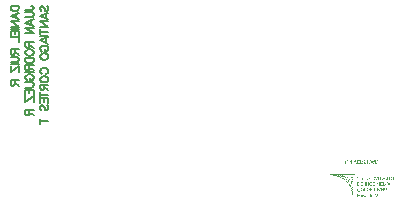
<source format=gbo>
%FSTAX23Y23*%
%MOIN*%
%SFA1B1*%

%IPPOS*%
%ADD26C,0.006693*%
%LNntc-1*%
%LPD*%
G36*
X04211Y02903D02*
Y02902D01*
X04211*
Y02902*
Y02902*
X04211*
Y02902*
Y02901*
Y02901*
X0421*
Y02901*
Y029*
Y029*
X0421*
Y029*
Y029*
X0421*
Y02899*
Y02899*
Y02899*
X0421*
Y02899*
Y02898*
X04209*
Y02898*
Y02898*
Y02897*
X04209*
Y02897*
Y02897*
X04209*
Y02897*
Y02896*
Y02896*
X04209*
Y02896*
Y02896*
X04208*
Y02895*
Y02895*
Y02895*
X04208*
Y02894*
Y02894*
X04208*
Y02894*
Y02894*
Y02893*
X04207*
Y02893*
Y02893*
X04207*
Y02893*
Y02892*
Y02892*
X04207*
Y02892*
Y02891*
X04205*
Y02892*
Y02892*
Y02892*
X04204*
Y02893*
Y02893*
X04204*
Y02893*
Y02893*
Y02894*
X04204*
Y02894*
Y02894*
Y02894*
X04204*
Y02895*
Y02895*
X04203*
Y02895*
Y02896*
Y02896*
X04203*
Y02896*
Y02896*
Y02897*
X04203*
Y02897*
Y02897*
X04203*
Y02897*
Y02898*
Y02898*
X04202*
Y02898*
Y02899*
Y02899*
X04202*
Y02899*
Y02899*
X04202*
Y029*
Y029*
Y029*
X04201*
Y029*
Y02901*
Y02901*
X04201*
Y02901*
Y02902*
X04201*
Y02902*
Y02902*
Y02902*
X04201*
Y02903*
Y02903*
X04203*
Y02903*
Y02902*
X04203*
Y02902*
Y02902*
Y02902*
X04203*
Y02901*
Y02901*
Y02901*
X04203*
Y029*
Y029*
Y029*
X04204*
Y029*
X04208*
Y029*
X04208*
Y029*
X04209*
Y029*
Y02901*
Y02901*
X04209*
Y02901*
Y02902*
Y02902*
X04209*
Y02902*
Y02902*
X04209*
Y02903*
Y02903*
X04211*
Y02903*
G37*
G36*
X04173D02*
X04173D01*
Y02902*
Y02902*
X04172*
Y02902*
X04172*
Y02902*
Y02901*
X04172*
Y02901*
X04171*
Y02901*
Y029*
X04171*
Y029*
X04171*
Y029*
Y029*
X04171*
Y02899*
X0417*
Y02899*
Y02899*
X0417*
Y02899*
X0417*
Y02898*
X04169*
Y02898*
Y02898*
X0417*
Y02897*
X0417*
Y02897*
X04171*
Y02897*
X04171*
Y02897*
X04171*
Y02896*
X04172*
Y02896*
Y02896*
Y02896*
X04172*
Y02895*
Y02895*
Y02895*
Y02894*
Y02894*
Y02894*
Y02894*
X04172*
Y02893*
Y02893*
Y02893*
X04171*
Y02893*
X04171*
Y02892*
X04171*
Y02892*
X0417*
Y02892*
X0417*
Y02891*
X04163*
Y02892*
Y02892*
Y02892*
Y02893*
Y02893*
Y02893*
Y02893*
Y02894*
Y02894*
Y02894*
Y02894*
Y02895*
Y02895*
Y02895*
Y02896*
Y02896*
Y02896*
Y02896*
Y02897*
Y02897*
Y02897*
Y02897*
Y02898*
Y02898*
Y02898*
Y02899*
Y02899*
Y02899*
Y02899*
Y029*
Y029*
Y029*
Y029*
Y02901*
Y02901*
Y02901*
Y02902*
Y02902*
Y02902*
Y02902*
Y02903*
Y02903*
X04165*
Y02903*
Y02902*
Y02902*
Y02902*
Y02902*
Y02901*
Y02901*
Y02901*
Y029*
Y029*
Y029*
Y029*
Y02899*
Y02899*
Y02899*
Y02899*
Y02898*
Y02898*
X04167*
Y02898*
X04168*
Y02899*
X04168*
Y02899*
X04168*
Y02899*
Y02899*
X04168*
Y029*
X04169*
Y029*
Y029*
X04169*
Y029*
X04169*
Y02901*
Y02901*
X0417*
Y02901*
X0417*
Y02902*
Y02902*
X0417*
Y02902*
X0417*
Y02902*
Y02903*
X04171*
Y02903*
X04173*
Y02903*
G37*
G36*
X04134D02*
Y02902D01*
Y02902*
Y02902*
Y02902*
Y02901*
Y02901*
Y02901*
Y029*
Y029*
Y029*
Y029*
Y02899*
Y02899*
Y02899*
Y02899*
Y02898*
Y02898*
Y02898*
Y02897*
Y02897*
Y02897*
Y02897*
Y02896*
Y02896*
Y02896*
Y02896*
Y02895*
Y02895*
Y02895*
Y02894*
Y02894*
Y02894*
Y02894*
Y02893*
Y02893*
Y02893*
Y02893*
Y02892*
Y02892*
Y02892*
Y02891*
X04132*
Y02892*
Y02892*
Y02892*
Y02893*
Y02893*
Y02893*
Y02893*
Y02894*
Y02894*
Y02894*
Y02894*
Y02895*
Y02895*
Y02895*
Y02896*
Y02896*
Y02896*
Y02896*
Y02897*
Y02897*
Y02897*
Y02897*
Y02898*
Y02898*
Y02898*
Y02899*
Y02899*
Y02899*
Y02899*
Y029*
X04131*
Y02899*
Y02899*
X04131*
Y02899*
Y02899*
X04131*
Y02898*
X04131*
Y02898*
Y02898*
X0413*
Y02897*
X0413*
Y02897*
Y02897*
X0413*
Y02897*
X04129*
Y02896*
Y02896*
X04129*
Y02896*
X04129*
Y02896*
Y02895*
X04129*
Y02895*
Y02895*
X04128*
Y02894*
X04128*
Y02894*
Y02894*
X04128*
Y02894*
X04128*
Y02893*
Y02893*
X04127*
Y02893*
X04127*
Y02893*
Y02892*
X04127*
Y02892*
Y02892*
X04126*
Y02891*
X04125*
Y02892*
Y02892*
Y02892*
Y02893*
Y02893*
Y02893*
Y02893*
Y02894*
Y02894*
Y02894*
Y02894*
Y02895*
Y02895*
Y02895*
Y02896*
Y02896*
Y02896*
Y02896*
Y02897*
Y02897*
Y02897*
Y02897*
Y02898*
Y02898*
Y02898*
Y02899*
Y02899*
Y02899*
Y02899*
Y029*
Y029*
Y029*
Y029*
Y02901*
Y02901*
Y02901*
Y02902*
Y02902*
Y02902*
Y02902*
Y02903*
Y02903*
X04126*
Y02903*
Y02902*
Y02902*
Y02902*
Y02902*
Y02901*
Y02901*
Y02901*
Y029*
Y029*
Y029*
Y029*
Y02899*
Y02899*
Y02899*
Y02899*
Y02898*
Y02898*
Y02898*
Y02897*
Y02897*
Y02897*
Y02897*
Y02896*
Y02896*
Y02896*
Y02896*
Y02895*
Y02895*
Y02895*
X04126*
Y02895*
X04127*
Y02895*
X04127*
Y02896*
Y02896*
X04127*
Y02896*
X04128*
Y02896*
Y02897*
X04128*
Y02897*
X04128*
Y02897*
Y02897*
X04128*
Y02898*
Y02898*
X04129*
Y02898*
X04129*
Y02899*
Y02899*
X04129*
Y02899*
X04129*
Y02899*
Y029*
X0413*
Y029*
X0413*
Y029*
Y029*
X0413*
Y02901*
X04131*
Y02901*
Y02901*
X04131*
Y02902*
Y02902*
X04131*
Y02902*
X04131*
Y02902*
Y02903*
X04132*
Y02903*
X04134*
Y02903*
G37*
G36*
X04219D02*
X0422D01*
Y02902*
X0422*
Y02902*
X04221*
Y02902*
X04221*
Y02902*
Y02901*
X04221*
Y02901*
X04222*
Y02901*
Y029*
X04222*
Y029*
Y029*
X04222*
Y029*
Y02899*
Y02899*
Y02899*
X04222*
Y02899*
Y02898*
Y02898*
Y02898*
Y02897*
Y02897*
Y02897*
Y02897*
Y02896*
Y02896*
Y02896*
Y02896*
X04222*
Y02895*
Y02895*
Y02895*
Y02894*
X04222*
Y02894*
Y02894*
X04222*
Y02894*
Y02893*
X04221*
Y02893*
X04221*
Y02893*
X04221*
Y02893*
X0422*
Y02892*
X0422*
Y02892*
X04219*
Y02892*
X04218*
Y02891*
X04213*
Y02892*
Y02892*
Y02892*
Y02893*
Y02893*
Y02893*
Y02893*
Y02894*
Y02894*
Y02894*
Y02894*
Y02895*
Y02895*
Y02895*
Y02896*
Y02896*
Y02896*
Y02896*
Y02897*
Y02897*
Y02897*
Y02897*
Y02898*
Y02898*
Y02898*
Y02899*
Y02899*
Y02899*
Y02899*
Y029*
Y029*
Y029*
Y029*
Y02901*
Y02901*
Y02901*
Y02902*
Y02902*
Y02902*
Y02902*
Y02903*
Y02903*
X04219*
Y02903*
G37*
G36*
X04196D02*
X04197D01*
Y02902*
X04198*
Y02902*
X04198*
Y02902*
X04198*
Y02902*
X04198*
Y02901*
X04199*
Y02901*
Y02901*
X04199*
Y029*
Y029*
X04199*
Y029*
Y029*
Y02899*
X042*
Y02899*
Y02899*
Y02899*
Y02898*
Y02898*
Y02898*
Y02897*
Y02897*
Y02897*
Y02897*
Y02896*
Y02896*
Y02896*
Y02896*
Y02895*
Y02895*
X04199*
Y02895*
Y02894*
Y02894*
X04199*
Y02894*
Y02894*
X04199*
Y02893*
X04198*
Y02893*
Y02893*
X04198*
Y02893*
X04198*
Y02892*
X04197*
Y02892*
X04197*
Y02892*
X04196*
Y02891*
X0419*
Y02892*
Y02892*
Y02892*
Y02893*
Y02893*
Y02893*
Y02893*
Y02894*
Y02894*
Y02894*
Y02894*
Y02895*
Y02895*
Y02895*
Y02896*
Y02896*
Y02896*
Y02896*
Y02897*
Y02897*
Y02897*
Y02897*
Y02898*
Y02898*
Y02898*
Y02899*
Y02899*
Y02899*
Y02899*
Y029*
Y029*
Y029*
Y029*
Y02901*
Y02901*
Y02901*
Y02902*
Y02902*
Y02902*
Y02902*
Y02903*
Y02903*
X04196*
Y02903*
G37*
G36*
X04187D02*
Y02902D01*
Y02902*
Y02902*
Y02902*
Y02901*
Y02901*
Y02901*
Y029*
Y029*
Y029*
Y029*
Y02899*
Y02899*
Y02899*
Y02899*
Y02898*
Y02898*
Y02898*
Y02897*
Y02897*
Y02897*
Y02897*
Y02896*
Y02896*
Y02896*
Y02896*
Y02895*
Y02895*
Y02895*
Y02894*
Y02894*
Y02894*
Y02894*
Y02893*
Y02893*
Y02893*
Y02893*
Y02892*
Y02892*
Y02892*
X04187*
Y02891*
X04185*
Y02892*
Y02892*
Y02892*
Y02893*
Y02893*
Y02893*
Y02893*
Y02894*
Y02894*
Y02894*
Y02894*
Y02895*
Y02895*
Y02895*
Y02896*
Y02896*
Y02896*
Y02896*
Y02897*
Y02897*
Y02897*
Y02897*
Y02898*
Y02898*
Y02898*
Y02899*
Y02899*
Y02899*
Y02899*
Y029*
Y029*
Y029*
Y029*
Y02901*
Y02901*
Y02901*
Y02902*
Y02902*
Y02902*
Y02902*
Y02903*
Y02903*
X04187*
Y02903*
G37*
G36*
X04161D02*
Y02902D01*
Y02902*
Y02902*
Y02902*
X0416*
Y02901*
X04154*
Y02901*
Y02901*
Y029*
Y029*
Y029*
Y029*
Y02899*
Y02899*
Y02899*
Y02899*
Y02898*
Y02898*
X0416*
Y02898*
X0416*
Y02897*
Y02897*
Y02897*
Y02897*
Y02896*
X0416*
Y02896*
X04154*
Y02896*
Y02896*
Y02895*
Y02895*
Y02895*
Y02894*
Y02894*
Y02894*
Y02894*
Y02893*
Y02893*
X0416*
Y02893*
Y02893*
Y02892*
Y02892*
Y02892*
Y02891*
X04152*
Y02892*
Y02892*
Y02892*
Y02893*
Y02893*
Y02893*
Y02893*
Y02894*
Y02894*
Y02894*
Y02894*
Y02895*
Y02895*
Y02895*
Y02896*
Y02896*
Y02896*
Y02896*
Y02897*
Y02897*
Y02897*
Y02897*
Y02898*
Y02898*
Y02898*
Y02899*
Y02899*
Y02899*
Y02899*
Y029*
Y029*
Y029*
Y029*
Y02901*
Y02901*
Y02901*
Y02902*
Y02902*
Y02902*
Y02902*
Y02903*
Y02903*
X04161*
Y02903*
G37*
G36*
X04146D02*
Y02902D01*
X04146*
Y02902*
Y02902*
X04147*
Y02902*
Y02901*
Y02901*
X04147*
Y02901*
Y029*
X04147*
Y029*
Y029*
Y029*
X04147*
Y02899*
Y02899*
X04148*
Y02899*
Y02899*
Y02898*
X04148*
Y02898*
Y02898*
Y02897*
X04148*
Y02897*
Y02897*
Y02897*
X04149*
Y02896*
Y02896*
X04149*
Y02896*
Y02896*
Y02895*
X04149*
Y02895*
Y02895*
X04149*
Y02894*
Y02894*
Y02894*
X0415*
Y02894*
Y02893*
Y02893*
X0415*
Y02893*
Y02893*
X0415*
Y02892*
Y02892*
Y02892*
Y02891*
X04149*
Y02892*
Y02892*
X04148*
Y02892*
Y02893*
Y02893*
X04148*
Y02893*
Y02893*
X04148*
Y02894*
Y02894*
Y02894*
X04147*
Y02894*
Y02895*
Y02895*
X04147*
Y02895*
Y02896*
Y02896*
X04147*
Y02896*
Y02896*
X04147*
Y02897*
Y02897*
Y02897*
X04146*
Y02897*
Y02898*
Y02898*
X04146*
Y02898*
Y02899*
X04146*
Y02899*
Y02899*
Y02899*
X04146*
Y029*
Y029*
Y029*
X04145*
Y029*
Y02901*
X04145*
Y029*
X04145*
Y029*
Y029*
Y029*
X04144*
Y02899*
Y02899*
Y02899*
X04144*
Y02899*
Y02898*
Y02898*
X04144*
Y02898*
Y02897*
Y02897*
X04144*
Y02897*
Y02897*
Y02896*
X04143*
Y02896*
Y02896*
Y02896*
X04143*
Y02895*
Y02895*
Y02895*
X04143*
Y02894*
Y02894*
Y02894*
X04143*
Y02894*
Y02893*
X04142*
Y02893*
Y02893*
Y02893*
X04142*
Y02892*
Y02892*
Y02892*
X04142*
Y02891*
X0414*
Y02892*
X0414*
Y02892*
Y02892*
Y02893*
X0414*
Y02893*
Y02893*
Y02893*
X04141*
Y02894*
Y02894*
X04141*
Y02894*
Y02894*
Y02895*
X04141*
Y02895*
Y02895*
Y02896*
X04141*
Y02896*
Y02896*
Y02896*
X04142*
Y02897*
Y02897*
X04142*
Y02897*
Y02897*
Y02898*
X04142*
Y02898*
Y02898*
Y02899*
X04143*
Y02899*
Y02899*
X04143*
Y02899*
Y029*
Y029*
X04143*
Y029*
Y029*
X04143*
Y02901*
Y02901*
Y02901*
X04144*
Y02902*
Y02902*
Y02902*
X04144*
Y02902*
Y02903*
Y02903*
X04146*
Y02903*
G37*
G36*
X04138D02*
Y02902D01*
Y02902*
Y02902*
Y02902*
Y02901*
Y02901*
Y02901*
Y029*
Y029*
Y029*
Y029*
Y02899*
Y02899*
Y02899*
Y02899*
Y02898*
Y02898*
Y02898*
Y02897*
Y02897*
Y02897*
Y02897*
Y02896*
Y02896*
Y02896*
Y02896*
Y02895*
Y02895*
Y02895*
Y02894*
Y02894*
Y02894*
Y02894*
Y02893*
Y02893*
Y02893*
Y02893*
Y02892*
Y02892*
Y02892*
Y02891*
X04137*
Y02892*
Y02892*
Y02892*
Y02893*
Y02893*
Y02893*
Y02893*
Y02894*
Y02894*
Y02894*
Y02894*
Y02895*
Y02895*
Y02895*
Y02896*
Y02896*
Y02896*
Y02896*
Y02897*
Y02897*
Y02897*
Y02897*
Y02898*
Y02898*
Y02898*
Y02899*
Y02899*
Y02899*
Y02899*
Y029*
Y029*
Y029*
Y029*
Y02901*
Y02901*
Y02901*
Y02902*
Y02902*
Y02902*
Y02902*
Y02903*
Y02903*
X04138*
Y02903*
G37*
G36*
X0418Y02903D02*
X04181D01*
Y02903*
X04182*
Y02902*
X04182*
Y02902*
X04182*
Y02902*
Y02902*
X04183*
Y02901*
X04183*
Y02901*
Y02901*
Y029*
X04183*
Y029*
Y029*
Y029*
Y02899*
Y02899*
Y02899*
X04183*
Y02899*
Y02898*
X04183*
Y02898*
Y02898*
X04182*
Y02897*
X04182*
Y02897*
X04182*
Y02897*
X04181*
Y02897*
X0418*
Y02896*
X04179*
Y02896*
X04178*
Y02896*
X04177*
Y02896*
X04177*
Y02895*
X04176*
Y02895*
X04176*
Y02895*
Y02894*
Y02894*
Y02894*
Y02894*
X04176*
Y02893*
X04177*
Y02893*
X04177*
Y02893*
X04179*
Y02893*
X0418*
Y02893*
X0418*
Y02894*
X04181*
Y02894*
Y02894*
X04181*
Y02894*
Y02895*
X04181*
Y02895*
X04182*
Y02895*
X04183*
Y02894*
Y02894*
Y02894*
Y02894*
Y02893*
X04182*
Y02893*
X04182*
Y02893*
Y02893*
X04182*
Y02892*
X04182*
Y02892*
X04181*
Y02892*
X0418*
Y02891*
X04179*
Y02891*
X04178*
Y02891*
X04176*
Y02892*
X04176*
Y02892*
X04176*
Y02892*
X04175*
Y02893*
Y02893*
X04175*
Y02893*
X04174*
Y02893*
Y02894*
Y02894*
Y02894*
Y02894*
Y02895*
Y02895*
Y02895*
Y02896*
Y02896*
X04175*
Y02896*
Y02896*
X04175*
Y02897*
X04176*
Y02897*
X04176*
Y02897*
X04176*
Y02897*
X04177*
Y02898*
X04178*
Y02898*
X0418*
Y02898*
X0418*
Y02899*
X04181*
Y02899*
X04181*
Y02899*
X04181*
Y02899*
Y029*
Y029*
Y029*
Y029*
Y02901*
X04181*
Y02901*
X04181*
Y02901*
X0418*
Y02902*
X04179*
Y02902*
X04179*
Y02902*
X04177*
Y02901*
X04177*
Y02901*
X04176*
Y02901*
X04176*
Y029*
X04176*
Y029*
Y029*
X04176*
Y029*
Y02899*
Y02899*
X04175*
Y02899*
X04174*
Y029*
Y029*
Y029*
Y029*
X04174*
Y02901*
Y02901*
X04174*
Y02901*
Y02902*
X04175*
Y02902*
X04175*
Y02902*
X04175*
Y02902*
X04176*
Y02903*
X04176*
Y02903*
X04177*
Y02903*
X0418*
Y02903*
G37*
G36*
X04119D02*
X0412D01*
Y02903*
X0412*
Y02902*
X04121*
Y02902*
X04121*
Y02902*
X04121*
Y02902*
X04122*
Y02901*
X04122*
Y02901*
Y02901*
Y029*
X04122*
Y029*
Y029*
Y029*
Y02899*
Y02899*
Y02899*
X04122*
Y02899*
Y02898*
Y02898*
Y02898*
Y02897*
Y02897*
Y02897*
Y02897*
Y02896*
Y02896*
Y02896*
Y02896*
Y02895*
Y02895*
Y02895*
Y02894*
Y02894*
Y02894*
Y02894*
Y02893*
Y02893*
Y02893*
Y02893*
Y02892*
Y02892*
Y02892*
Y02891*
Y02891*
Y02891*
Y02891*
X04122*
Y0289*
X04121*
Y02891*
Y02891*
Y02891*
Y02891*
Y02892*
Y02892*
Y02892*
Y02893*
Y02893*
Y02893*
Y02893*
Y02894*
Y02894*
Y02894*
Y02894*
Y02895*
Y02895*
Y02895*
Y02896*
Y02896*
Y02896*
Y02896*
Y02897*
Y02897*
Y02897*
Y02897*
Y02898*
Y02898*
Y02898*
Y02899*
Y02899*
Y02899*
X0412*
Y02899*
Y029*
Y029*
Y029*
X0412*
Y029*
Y02901*
X0412*
Y02901*
X0412*
Y02901*
X04119*
Y02902*
X04118*
Y02902*
X04117*
Y02902*
X04116*
Y02901*
X04116*
Y02901*
X04115*
Y02901*
X04115*
Y029*
Y029*
X04115*
Y029*
Y029*
Y02899*
Y02899*
Y02899*
X04114*
Y02899*
Y02898*
Y02898*
Y02898*
Y02897*
Y02897*
Y02897*
Y02897*
Y02896*
Y02896*
Y02896*
Y02896*
Y02895*
Y02895*
Y02895*
Y02894*
Y02894*
Y02894*
Y02894*
Y02893*
Y02893*
Y02893*
Y02893*
Y02892*
Y02892*
Y02892*
Y02891*
Y02891*
Y02891*
Y02891*
Y0289*
X04113*
Y02891*
Y02891*
Y02891*
Y02891*
Y02892*
Y02892*
Y02892*
Y02893*
Y02893*
Y02893*
Y02893*
Y02894*
Y02894*
Y02894*
Y02894*
Y02895*
Y02895*
Y02895*
Y02896*
Y02896*
Y02896*
Y02896*
Y02897*
Y02897*
Y02897*
Y02897*
Y02898*
Y02898*
Y02898*
Y02899*
Y02899*
Y02899*
Y02899*
Y029*
Y029*
Y029*
X04113*
Y029*
Y02901*
Y02901*
X04114*
Y02901*
Y02902*
X04114*
Y02902*
X04114*
Y02902*
X04114*
Y02902*
X04115*
Y02903*
X04115*
Y02903*
X04116*
Y02903*
X04119*
Y02903*
G37*
G36*
X04276Y02873D02*
Y02873D01*
Y02873*
X04275*
Y02873*
X0406*
Y02873*
X04059*
Y02873*
Y02873*
X0406*
Y02874*
X04276*
Y02873*
G37*
G36*
X04146Y02856D02*
Y02855D01*
X04146*
Y02855*
X0406*
Y02855*
Y02856*
Y02856*
X04146*
Y02856*
G37*
G36*
X04131Y02852D02*
Y02852D01*
X04132*
Y02852*
Y02852*
Y02851*
Y02851*
Y02851*
Y02851*
Y0285*
Y0285*
Y0285*
Y02849*
Y02849*
X04132*
Y02849*
Y02849*
Y02848*
Y02848*
Y02848*
Y02848*
Y02847*
Y02847*
Y02847*
Y02846*
X04132*
Y02846*
X04135*
Y02846*
X04137*
Y02846*
X04138*
Y02845*
X04138*
Y02845*
Y02845*
Y02845*
Y02844*
Y02844*
Y02844*
Y02843*
Y02843*
Y02843*
Y02843*
Y02842*
Y02842*
Y02842*
Y02842*
Y02841*
Y02841*
Y02841*
Y0284*
Y0284*
Y0284*
Y0284*
Y02839*
Y02839*
Y02839*
Y02839*
Y02838*
Y02838*
X04138*
Y02838*
X04138*
Y02838*
X04137*
Y02838*
X04135*
Y02839*
X04134*
Y02839*
X04133*
Y02839*
X04133*
Y02838*
Y02838*
X04133*
Y02838*
Y02837*
Y02837*
Y02837*
Y02837*
Y02836*
Y02836*
Y02836*
Y02836*
Y02835*
X04133*
Y02835*
Y02835*
Y02834*
Y02834*
Y02834*
Y02834*
Y02833*
Y02833*
X04134*
Y02833*
X04134*
Y02833*
X04135*
Y02832*
X04136*
Y02832*
X04137*
Y02832*
X04137*
Y02831*
X04138*
Y02831*
X04138*
Y02831*
Y02831*
Y0283*
Y0283*
Y0283*
Y0283*
Y02829*
Y02829*
Y02829*
Y02828*
Y02828*
Y02828*
Y02828*
Y02827*
Y02827*
Y02827*
Y02827*
Y02826*
Y02826*
Y02826*
Y02825*
Y02825*
Y02825*
Y02825*
Y02824*
Y02824*
Y02824*
Y02824*
X04138*
Y02823*
X04138*
Y02824*
X04137*
Y02824*
X04137*
Y02824*
X04137*
Y02824*
X04136*
Y02825*
X04135*
Y02825*
X04135*
Y02825*
X04134*
Y02825*
Y02825*
Y02824*
Y02824*
X04134*
Y02824*
Y02824*
Y02823*
Y02823*
Y02823*
Y02822*
Y02822*
Y02822*
Y02822*
Y02821*
X04135*
Y02821*
Y02821*
Y02821*
Y0282*
Y0282*
Y0282*
X04135*
Y0282*
X04135*
Y02819*
X04135*
Y02819*
X04136*
Y02819*
X04136*
Y02818*
X04137*
Y02818*
X04137*
Y02818*
X04137*
Y02818*
X04138*
Y02817*
X04138*
Y02817*
Y02817*
X04138*
Y02817*
Y02816*
Y02816*
Y02816*
Y02815*
Y02815*
Y02815*
Y02815*
Y02814*
Y02814*
Y02814*
Y02814*
Y02813*
Y02813*
Y02813*
Y02812*
Y02812*
Y02812*
Y02812*
Y02811*
Y02811*
Y02811*
Y02811*
Y0281*
Y0281*
Y0281*
Y02809*
X04138*
Y0281*
X04137*
Y0281*
X04137*
Y0281*
Y02811*
X04137*
Y02811*
X04137*
Y02811*
X04136*
Y02811*
X04136*
Y02812*
X04135*
Y02811*
Y02811*
Y02811*
Y02811*
Y0281*
Y0281*
X04136*
Y0281*
Y02809*
Y02809*
Y02809*
Y02809*
Y02808*
Y02808*
Y02808*
Y02808*
Y02807*
X04136*
Y02807*
Y02807*
Y02806*
Y02806*
Y02806*
X04136*
Y02806*
X04137*
Y02805*
Y02805*
X04137*
Y02805*
X04137*
Y02805*
X04137*
Y02804*
Y02804*
X04138*
Y02804*
X04138*
Y02803*
Y02803*
X04138*
Y02803*
X04138*
Y02803*
Y02802*
Y02802*
Y02802*
Y02802*
Y02801*
Y02801*
Y02801*
Y028*
Y028*
Y028*
Y028*
Y02799*
Y02799*
Y02799*
Y02799*
Y02798*
Y02798*
Y02798*
Y02797*
Y02797*
Y02797*
Y02797*
Y02796*
Y02796*
X04138*
Y02796*
Y02796*
Y02795*
X04138*
Y02796*
Y02796*
X04137*
Y02796*
X04137*
Y02796*
Y02796*
Y02795*
Y02795*
Y02795*
Y02794*
Y02794*
Y02794*
Y02794*
Y02793*
Y02793*
X04137*
Y02793*
Y02793*
Y02792*
Y02792*
Y02792*
Y02791*
Y02791*
X04138*
Y02791*
Y02791*
Y0279*
X04138*
Y0279*
Y0279*
Y0279*
X04138*
Y02789*
Y02789*
Y02789*
X04138*
Y02788*
Y02788*
Y02788*
Y02788*
Y02787*
Y02787*
Y02787*
Y02787*
Y02786*
Y02786*
Y02786*
Y02785*
Y02785*
Y02785*
Y02785*
Y02784*
Y02784*
Y02784*
Y02784*
Y02783*
Y02783*
Y02783*
Y02782*
Y02782*
Y02782*
Y02782*
Y02781*
Y02781*
Y02781*
X04138*
Y02781*
X04138*
Y02781*
X04138*
Y02781*
Y02781*
X04137*
Y02782*
Y02782*
Y02782*
Y02782*
Y02783*
Y02783*
X04137*
Y02783*
Y02784*
Y02784*
Y02784*
Y02784*
Y02785*
Y02785*
X04137*
Y02785*
Y02785*
Y02786*
Y02786*
Y02786*
Y02787*
X04137*
Y02787*
Y02787*
Y02787*
Y02788*
Y02788*
X04136*
Y02788*
Y02788*
Y02789*
Y02789*
Y02789*
X04136*
Y0279*
Y0279*
Y0279*
Y0279*
X04136*
Y02791*
Y02791*
Y02791*
Y02791*
Y02792*
Y02792*
X04135*
Y02792*
Y02793*
Y02793*
Y02793*
Y02793*
X04135*
Y02794*
Y02794*
Y02794*
Y02794*
Y02795*
X04135*
Y02795*
Y02795*
Y02796*
Y02796*
X04135*
Y02796*
Y02796*
Y02797*
Y02797*
Y02797*
X04134*
Y02797*
Y02798*
Y02798*
Y02798*
X04134*
Y02799*
Y02799*
Y02799*
Y02799*
X04134*
Y028*
Y028*
Y028*
X04134*
Y028*
Y02801*
Y02801*
X04133*
Y02801*
Y02802*
Y02802*
X04133*
Y02802*
Y02802*
Y02803*
X04133*
Y02803*
Y02803*
Y02803*
X04132*
Y02804*
Y02804*
Y02804*
X04132*
Y02805*
Y02805*
Y02805*
X04132*
Y02805*
Y02806*
Y02806*
X04132*
Y02806*
Y02806*
Y02807*
Y02807*
X04131*
Y02807*
Y02808*
Y02808*
X04131*
Y02808*
Y02808*
Y02809*
X04131*
Y02809*
Y02809*
X04131*
Y02809*
Y0281*
Y0281*
X0413*
Y0281*
Y02811*
X0413*
Y02811*
Y02811*
X0413*
Y02811*
Y02812*
Y02812*
X04129*
Y02812*
Y02812*
X04129*
Y02813*
Y02813*
X04129*
Y02813*
Y02814*
X04129*
Y02814*
Y02814*
X04128*
Y02814*
Y02815*
X04128*
Y02815*
Y02815*
X04128*
Y02815*
Y02816*
X04128*
Y02816*
Y02816*
X04127*
Y02817*
Y02817*
X04127*
Y02817*
Y02817*
X04127*
Y02818*
Y02818*
X04126*
Y02818*
Y02818*
X04126*
Y02819*
Y02819*
X04126*
Y02819*
Y0282*
X04126*
Y0282*
X04125*
Y0282*
X04125*
Y0282*
X04125*
Y02821*
Y02821*
X04125*
Y02821*
X04124*
Y02821*
X04124*
Y02822*
Y02822*
X04124*
Y02822*
X04123*
Y02822*
Y02823*
X04123*
Y02823*
X04123*
Y02823*
X04123*
Y02824*
Y02824*
X04122*
Y02824*
X04122*
Y02824*
Y02825*
X04122*
Y02825*
X04122*
Y02825*
Y02825*
X04121*
Y02826*
X04121*
Y02826*
Y02826*
X04121*
Y02827*
X0412*
Y02827*
X0412*
Y02827*
Y02827*
X0412*
Y02828*
X0412*
Y02828*
X04119*
Y02828*
X04119*
Y02828*
X04119*
Y02829*
X04119*
Y02829*
Y02829*
X04118*
Y0283*
X04118*
Y0283*
X04118*
Y0283*
X04117*
Y0283*
X04117*
Y02831*
X04117*
Y02831*
X04117*
Y02831*
X04116*
Y02831*
X04116*
Y02832*
X04116*
Y02832*
X04116*
Y02832*
X04115*
Y02833*
X04115*
Y02833*
X04115*
Y02833*
X04114*
Y02833*
X04114*
Y02834*
X04114*
Y02834*
X04113*
Y02834*
X04113*
Y02834*
X04113*
Y02835*
X04112*
Y02835*
X04112*
Y02835*
X04111*
Y02836*
X04111*
Y02836*
X04111*
Y02836*
X0411*
Y02836*
X0411*
Y02837*
X0411*
Y02837*
X04109*
Y02837*
X04109*
Y02837*
X04108*
Y02838*
X04108*
Y02838*
X04108*
Y02838*
X04107*
Y02839*
X04107*
Y02839*
X04107*
Y02839*
X04106*
Y02839*
X04106*
Y0284*
X04105*
Y0284*
X04105*
Y0284*
X04105*
Y0284*
X04104*
Y02841*
X04104*
Y02841*
X04103*
Y02841*
X04103*
Y02842*
X04102*
Y02842*
X04102*
Y02842*
X04101*
Y02842*
X04101*
Y02843*
X041*
Y02843*
X041*
Y02843*
X04099*
Y02843*
X04099*
Y02844*
X04098*
Y02844*
X04097*
Y02844*
X04097*
Y02845*
X04096*
Y02845*
X04095*
Y02845*
X04095*
Y02845*
X04094*
Y02846*
X04093*
Y02846*
X04092*
Y02846*
X04092*
Y02846*
X04091*
Y02847*
X0409*
Y02847*
X04089*
Y02847*
X04088*
Y02848*
X04087*
Y02848*
X04087*
Y02848*
X04086*
Y02848*
X04085*
Y02849*
X04084*
Y02849*
X04082*
Y02849*
X04081*
Y02849*
X0408*
Y0285*
X04079*
Y0285*
X04077*
Y0285*
X04076*
Y02851*
X04075*
Y02851*
X04073*
Y02851*
X04072*
Y02851*
X0407*
Y02852*
X04068*
Y02852*
X04068*
Y02852*
X04068*
Y02852*
X04068*
Y02853*
X04076*
Y02852*
X04077*
Y02852*
X04077*
Y02852*
X04078*
Y02852*
X04081*
Y02851*
X04083*
Y02852*
X04082*
Y02852*
X04082*
Y02852*
X04081*
Y02852*
X04082*
Y02853*
X04089*
Y02852*
X0409*
Y02852*
X0409*
Y02852*
X0409*
Y02852*
X04091*
Y02851*
X04091*
Y02851*
X04092*
Y02851*
X04092*
Y02851*
X04092*
Y0285*
X04094*
Y0285*
X04097*
Y0285*
X04098*
Y0285*
X04098*
Y0285*
X04098*
Y02851*
X04097*
Y02851*
X04097*
Y02851*
X04097*
Y02851*
X04096*
Y02852*
X04096*
Y02852*
X04096*
Y02852*
X04096*
Y02852*
Y02853*
X04103*
Y02852*
X04104*
Y02852*
X04104*
Y02852*
Y02852*
X04104*
Y02851*
X04104*
Y02851*
X04105*
Y02851*
Y02851*
X04105*
Y0285*
X04105*
Y0285*
Y0285*
X04105*
Y02849*
X04106*
Y02849*
X04106*
Y02849*
X04108*
Y02849*
X04111*
Y02848*
X04111*
Y02849*
X04111*
Y02849*
Y02849*
Y02849*
X04111*
Y0285*
X04111*
Y0285*
Y0285*
Y02851*
X04111*
Y02851*
Y02851*
X0411*
Y02851*
X0411*
Y02852*
Y02852*
X0411*
Y02852*
Y02852*
Y02853*
X04117*
Y02852*
X04118*
Y02852*
Y02852*
Y02852*
X04118*
Y02851*
Y02851*
Y02851*
X04118*
Y02851*
Y0285*
Y0285*
Y0285*
X04119*
Y02849*
Y02849*
Y02849*
X04119*
Y02849*
Y02848*
Y02848*
X04119*
Y02848*
X04119*
Y02848*
X04121*
Y02847*
X04124*
Y02847*
X04125*
Y02847*
X04125*
Y02848*
Y02848*
X04125*
Y02848*
Y02848*
Y02849*
Y02849*
Y02849*
Y02849*
X04124*
Y0285*
Y0285*
Y0285*
Y02851*
X04124*
Y02851*
Y02851*
Y02851*
Y02852*
X04124*
Y02852*
Y02852*
Y02852*
Y02853*
X04131*
Y02852*
G37*
G36*
X04242Y02848D02*
Y02847D01*
Y02847*
X04242*
Y02847*
Y02846*
X04242*
Y02846*
Y02846*
Y02846*
X04241*
Y02845*
Y02845*
X04241*
Y02845*
Y02845*
Y02844*
X04241*
Y02844*
Y02844*
X04241*
Y02843*
Y02843*
Y02843*
X0424*
Y02843*
Y02842*
Y02842*
X0424*
Y02842*
Y02842*
X0424*
Y02841*
Y02841*
X0424*
Y02841*
Y0284*
Y0284*
X04239*
Y0284*
Y0284*
X04239*
Y02839*
Y02839*
Y02839*
X04239*
Y02839*
Y02838*
X04238*
Y02838*
Y02838*
Y02837*
X04238*
Y02837*
X04237*
Y02837*
Y02838*
X04236*
Y02838*
Y02838*
X04236*
Y02839*
Y02839*
Y02839*
X04236*
Y02839*
Y0284*
Y0284*
X04235*
Y0284*
Y0284*
X04235*
Y02841*
Y02841*
Y02841*
X04235*
Y02842*
Y02842*
X04235*
Y02842*
Y02842*
Y02843*
X04234*
Y02843*
Y02843*
Y02843*
X04234*
Y02844*
Y02844*
X04234*
Y02844*
Y02845*
Y02845*
X04234*
Y02845*
Y02845*
Y02846*
X04233*
Y02846*
Y02846*
X04233*
Y02846*
Y02847*
Y02847*
X04233*
Y02847*
Y02848*
Y02848*
X04234*
Y02848*
X04234*
Y02847*
Y02847*
Y02847*
X04235*
Y02846*
Y02846*
Y02846*
X04235*
Y02846*
Y02845*
Y02845*
X04235*
Y02845*
X04235*
Y02845*
X0424*
Y02845*
X0424*
Y02845*
Y02845*
X0424*
Y02846*
Y02846*
Y02846*
X0424*
Y02846*
Y02847*
Y02847*
X04241*
Y02847*
Y02848*
X04241*
Y02848*
X04242*
Y02848*
G37*
G36*
X04222D02*
Y02847D01*
X04222*
Y02847*
Y02847*
Y02846*
X04221*
Y02846*
Y02846*
X04221*
Y02846*
Y02845*
X04221*
Y02845*
Y02845*
Y02845*
X0422*
Y02844*
Y02844*
X0422*
Y02844*
Y02843*
Y02843*
X0422*
Y02843*
Y02843*
X0422*
Y02842*
Y02842*
Y02842*
X04219*
Y02842*
Y02841*
X04219*
Y02841*
Y02841*
Y0284*
X04219*
Y0284*
Y0284*
X04219*
Y0284*
Y02839*
Y02839*
X04218*
Y02839*
Y02839*
X04218*
Y02838*
Y02838*
Y02838*
X04218*
Y02837*
Y02837*
X04216*
Y02837*
X04216*
Y02838*
Y02838*
X04216*
Y02838*
Y02839*
Y02839*
X04215*
Y02839*
Y02839*
X04215*
Y0284*
Y0284*
Y0284*
X04215*
Y0284*
Y02841*
X04215*
Y02841*
Y02841*
Y02842*
X04214*
Y02842*
Y02842*
Y02842*
X04214*
Y02843*
Y02843*
Y02843*
X04214*
Y02843*
Y02844*
X04213*
Y02844*
Y02844*
Y02845*
X04213*
Y02845*
Y02845*
Y02845*
X04213*
Y02846*
Y02846*
X04213*
Y02846*
Y02846*
Y02847*
X04212*
Y02847*
Y02847*
X04212*
Y02848*
Y02848*
X04214*
Y02848*
Y02847*
Y02847*
X04214*
Y02847*
Y02846*
X04214*
Y02846*
Y02846*
Y02846*
X04215*
Y02845*
Y02845*
Y02845*
X04215*
Y02845*
X04219*
Y02845*
X04219*
Y02845*
X04219*
Y02845*
Y02846*
Y02846*
X0422*
Y02846*
Y02846*
X0422*
Y02847*
Y02847*
Y02847*
X0422*
Y02848*
Y02848*
X04222*
Y02848*
G37*
G36*
X04232D02*
Y02847D01*
X04232*
Y02847*
Y02847*
X04232*
Y02846*
X04231*
Y02846*
Y02846*
X04231*
Y02846*
X04231*
Y02845*
Y02845*
X04231*
Y02845*
X0423*
Y02845*
Y02844*
X0423*
Y02844*
X0423*
Y02844*
X04229*
Y02843*
X04229*
Y02843*
X04229*
Y02843*
X04229*
Y02843*
X0423*
Y02842*
X04231*
Y02842*
X04231*
Y02842*
X04231*
Y02842*
Y02841*
X04231*
Y02841*
Y02841*
X04232*
Y0284*
Y0284*
Y0284*
Y0284*
X04231*
Y02839*
Y02839*
Y02839*
Y02839*
X04231*
Y02838*
X04231*
Y02838*
X04231*
Y02838*
X0423*
Y02837*
X0423*
Y02837*
X04223*
Y02837*
Y02838*
Y02838*
Y02838*
Y02839*
Y02839*
Y02839*
Y02839*
Y0284*
Y0284*
Y0284*
Y0284*
Y02841*
Y02841*
Y02841*
Y02842*
Y02842*
Y02842*
Y02842*
Y02843*
Y02843*
Y02843*
Y02843*
Y02844*
Y02844*
Y02844*
Y02845*
Y02845*
Y02845*
Y02845*
Y02846*
Y02846*
Y02846*
Y02846*
Y02847*
Y02847*
Y02847*
Y02848*
Y02848*
X04224*
Y02848*
X04225*
Y02847*
Y02847*
Y02847*
Y02846*
Y02846*
Y02846*
Y02846*
Y02845*
Y02845*
Y02845*
Y02845*
Y02844*
Y02844*
Y02844*
Y02843*
Y02843*
X04227*
Y02843*
X04228*
Y02844*
X04228*
Y02844*
X04228*
Y02844*
X04228*
Y02845*
X04229*
Y02845*
Y02845*
X04229*
Y02845*
X04229*
Y02846*
Y02846*
X04229*
Y02846*
X0423*
Y02846*
Y02847*
X0423*
Y02847*
X0423*
Y02847*
Y02848*
X04231*
Y02848*
X04232*
Y02848*
G37*
G36*
X04207Y02848D02*
X04209D01*
Y02848*
X04209*
Y02847*
X0421*
Y02847*
X0421*
Y02847*
X0421*
Y02846*
X04211*
Y02846*
Y02846*
Y02846*
Y02845*
Y02845*
Y02845*
Y02845*
Y02844*
Y02844*
Y02844*
Y02843*
Y02843*
Y02843*
Y02843*
Y02842*
Y02842*
Y02842*
X04211*
Y02842*
X04206*
Y02842*
X04206*
Y02842*
X04206*
Y02842*
Y02843*
Y02843*
X04206*
Y02843*
X04209*
Y02843*
Y02844*
Y02844*
Y02844*
Y02845*
Y02845*
Y02845*
Y02845*
Y02846*
X04209*
Y02846*
X04208*
Y02846*
X04208*
Y02846*
X04207*
Y02847*
X04205*
Y02846*
X04204*
Y02846*
X04204*
Y02846*
X04203*
Y02846*
X04203*
Y02845*
X04203*
Y02845*
X04203*
Y02845*
X04202*
Y02845*
Y02844*
X04202*
Y02844*
Y02844*
X04202*
Y02843*
Y02843*
Y02843*
Y02843*
Y02842*
Y02842*
Y02842*
Y02842*
Y02841*
Y02841*
Y02841*
Y0284*
Y0284*
Y0284*
X04202*
Y0284*
Y02839*
X04202*
Y02839*
Y02839*
X04203*
Y02839*
Y02838*
X04203*
Y02838*
X04203*
Y02838*
X04204*
Y02837*
X04204*
Y02837*
X04205*
Y02837*
X04207*
Y02837*
X04208*
Y02837*
X04208*
Y02838*
X04209*
Y02838*
X04209*
Y02838*
X04209*
Y02839*
Y02839*
X04209*
Y02839*
Y02839*
X0421*
Y02839*
X04211*
Y02839*
Y02839*
Y02838*
X0421*
Y02838*
Y02838*
X0421*
Y02837*
Y02837*
X0421*
Y02837*
X0421*
Y02837*
X04209*
Y02836*
X04209*
Y02836*
X04208*
Y02836*
X04207*
Y02836*
X04204*
Y02836*
X04204*
Y02836*
X04203*
Y02836*
X04202*
Y02837*
X04202*
Y02837*
X04202*
Y02837*
X04201*
Y02837*
X04201*
Y02838*
Y02838*
X04201*
Y02838*
Y02839*
X04201*
Y02839*
Y02839*
X042*
Y02839*
Y0284*
Y0284*
X042*
Y0284*
Y0284*
Y02841*
Y02841*
Y02841*
Y02842*
Y02842*
Y02842*
Y02842*
Y02843*
Y02843*
Y02843*
Y02843*
Y02844*
X042*
Y02844*
Y02844*
Y02845*
X04201*
Y02845*
Y02845*
X04201*
Y02845*
Y02846*
X04201*
Y02846*
Y02846*
X04201*
Y02846*
X04202*
Y02847*
X04202*
Y02847*
X04203*
Y02847*
X04203*
Y02848*
X04204*
Y02848*
X04205*
Y02848*
X04207*
Y02848*
G37*
G36*
X04261Y02848D02*
Y02847D01*
Y02847*
Y02847*
Y02846*
Y02846*
Y02846*
Y02846*
Y02845*
Y02845*
Y02845*
Y02845*
Y02844*
Y02844*
Y02844*
Y02843*
Y02843*
Y02843*
Y02843*
Y02842*
Y02842*
Y02842*
Y02842*
Y02841*
Y02841*
Y02841*
Y0284*
Y0284*
Y0284*
Y0284*
Y02839*
Y02839*
Y02839*
Y02839*
X04261*
Y02838*
X04264*
Y02838*
Y02838*
Y02837*
Y02837*
X04256*
Y02837*
Y02838*
Y02838*
Y02838*
X04259*
Y02839*
X04259*
Y02839*
Y02839*
Y02839*
Y0284*
Y0284*
Y0284*
Y0284*
Y02841*
Y02841*
Y02841*
Y02842*
Y02842*
Y02842*
Y02842*
Y02843*
Y02843*
Y02843*
Y02843*
Y02844*
Y02844*
Y02844*
Y02845*
Y02845*
Y02845*
Y02845*
Y02846*
Y02846*
Y02846*
Y02846*
Y02847*
Y02847*
Y02847*
Y02848*
Y02848*
X04261*
Y02848*
G37*
G36*
X04254D02*
Y02847D01*
Y02847*
Y02847*
Y02846*
Y02846*
Y02846*
Y02846*
Y02845*
Y02845*
Y02845*
Y02845*
Y02844*
Y02844*
Y02844*
Y02843*
Y02843*
Y02843*
Y02843*
Y02842*
Y02842*
Y02842*
Y02842*
Y02841*
Y02841*
Y02841*
Y0284*
Y0284*
Y0284*
Y0284*
Y02839*
Y02839*
Y02839*
Y02839*
Y02838*
Y02838*
Y02838*
Y02837*
Y02837*
X04253*
Y02837*
Y02838*
Y02838*
Y02838*
Y02839*
Y02839*
Y02839*
Y02839*
Y0284*
Y0284*
Y0284*
Y0284*
Y02841*
Y02841*
Y02841*
Y02842*
Y02842*
Y02842*
Y02842*
Y02843*
Y02843*
Y02843*
Y02843*
Y02844*
Y02844*
Y02844*
Y02845*
Y02845*
Y02845*
Y02845*
Y02846*
Y02846*
Y02846*
Y02846*
Y02847*
Y02847*
Y02847*
Y02848*
Y02848*
X04254*
Y02848*
G37*
G36*
X04247D02*
X04247D01*
Y02847*
Y02847*
X04247*
Y02847*
Y02846*
Y02846*
X04248*
Y02846*
Y02846*
X04248*
Y02845*
Y02845*
Y02845*
X04248*
Y02845*
Y02844*
X04249*
Y02844*
Y02844*
Y02843*
X04249*
Y02843*
Y02843*
X04249*
Y02843*
Y02842*
Y02842*
X04249*
Y02842*
Y02842*
Y02841*
X0425*
Y02841*
Y02841*
X0425*
Y0284*
Y0284*
Y0284*
X0425*
Y0284*
Y02839*
Y02839*
X0425*
Y02839*
Y02839*
X04251*
Y02838*
Y02838*
Y02838*
X04251*
Y02837*
Y02837*
X0425*
Y02837*
X04249*
Y02838*
Y02838*
Y02838*
X04249*
Y02839*
Y02839*
Y02839*
X04249*
Y02839*
Y0284*
Y0284*
X04249*
Y0284*
Y0284*
Y02841*
X04248*
Y02841*
Y02841*
X04248*
Y02842*
Y02842*
Y02842*
X04248*
Y02842*
Y02843*
Y02843*
X04247*
Y02843*
Y02843*
X04247*
Y02844*
Y02844*
Y02844*
X04247*
Y02845*
Y02845*
Y02845*
X04247*
Y02845*
Y02846*
X04246*
Y02846*
Y02846*
X04246*
Y02846*
Y02846*
X04246*
Y02845*
Y02845*
Y02845*
X04246*
Y02845*
Y02844*
Y02844*
X04245*
Y02844*
Y02843*
Y02843*
X04245*
Y02843*
Y02843*
Y02842*
X04245*
Y02842*
Y02842*
X04244*
Y02842*
Y02841*
Y02841*
X04244*
Y02841*
Y0284*
Y0284*
X04244*
Y0284*
Y0284*
Y02839*
X04244*
Y02839*
Y02839*
Y02839*
X04243*
Y02838*
Y02838*
X04243*
Y02838*
Y02837*
Y02837*
X04241*
Y02837*
Y02838*
X04242*
Y02838*
Y02838*
X04242*
Y02839*
Y02839*
Y02839*
X04242*
Y02839*
Y0284*
Y0284*
X04243*
Y0284*
Y0284*
X04243*
Y02841*
Y02841*
Y02841*
X04243*
Y02842*
Y02842*
X04243*
Y02842*
Y02842*
Y02843*
X04244*
Y02843*
Y02843*
X04244*
Y02843*
Y02844*
Y02844*
X04244*
Y02844*
Y02845*
Y02845*
X04244*
Y02845*
Y02845*
X04245*
Y02846*
Y02846*
Y02846*
X04245*
Y02846*
Y02847*
Y02847*
X04245*
Y02847*
Y02848*
X04246*
Y02848*
X04247*
Y02848*
G37*
G36*
X04182D02*
Y02847D01*
Y02847*
Y02847*
Y02846*
Y02846*
Y02846*
Y02846*
Y02845*
Y02845*
Y02845*
Y02845*
Y02844*
Y02844*
Y02844*
Y02843*
Y02843*
Y02843*
Y02843*
Y02842*
Y02842*
Y02842*
Y02842*
Y02841*
Y02841*
Y02841*
Y0284*
Y0284*
Y0284*
Y0284*
Y02839*
Y02839*
Y02839*
Y02839*
Y02838*
Y02838*
Y02838*
Y02837*
Y02837*
X0418*
Y02837*
Y02838*
Y02838*
Y02838*
Y02839*
Y02839*
Y02839*
Y02839*
Y0284*
Y0284*
Y0284*
Y0284*
Y02841*
Y02841*
Y02841*
Y02842*
Y02842*
Y02842*
Y02842*
Y02843*
Y02843*
Y02843*
Y02843*
Y02844*
Y02844*
Y02844*
Y02845*
Y02845*
Y02845*
Y02845*
Y02846*
Y02846*
Y02846*
Y02846*
Y02847*
Y02847*
Y02847*
Y02848*
Y02848*
X04182*
Y02848*
G37*
G36*
X04178D02*
Y02847D01*
Y02847*
Y02847*
X04173*
Y02846*
X04173*
Y02846*
Y02846*
Y02846*
Y02845*
Y02845*
Y02845*
Y02845*
Y02844*
Y02844*
Y02844*
Y02843*
Y02843*
Y02843*
Y02843*
Y02842*
Y02842*
Y02842*
Y02842*
Y02841*
Y02841*
Y02841*
Y0284*
Y0284*
Y0284*
Y0284*
Y02839*
Y02839*
Y02839*
Y02839*
Y02838*
Y02838*
Y02838*
Y02837*
Y02837*
X04172*
Y02837*
Y02838*
Y02838*
Y02838*
Y02839*
Y02839*
Y02839*
Y02839*
Y0284*
Y0284*
Y0284*
Y0284*
Y02841*
Y02841*
Y02841*
Y02842*
Y02842*
Y02842*
Y02842*
Y02843*
Y02843*
Y02843*
Y02843*
Y02844*
Y02844*
Y02844*
Y02845*
Y02845*
Y02845*
Y02845*
Y02846*
Y02846*
Y02846*
Y02846*
Y02847*
Y02847*
Y02847*
Y02848*
Y02848*
X04178*
Y02848*
G37*
G36*
X04167Y02848D02*
X04167D01*
Y02848*
X04168*
Y02847*
X04168*
Y02847*
X04168*
Y02847*
X04169*
Y02846*
X04169*
Y02846*
Y02846*
Y02846*
X04169*
Y02845*
Y02845*
Y02845*
Y02845*
Y02844*
X0417*
Y02844*
Y02844*
Y02843*
Y02843*
Y02843*
Y02843*
Y02842*
Y02842*
Y02842*
Y02842*
Y02841*
Y02841*
Y02841*
Y0284*
Y0284*
Y0284*
Y0284*
Y02839*
Y02839*
Y02839*
Y02839*
Y02838*
Y02838*
Y02838*
Y02837*
Y02837*
X04168*
Y02837*
Y02838*
Y02838*
Y02838*
Y02839*
Y02839*
Y02839*
Y02839*
Y0284*
Y0284*
Y0284*
Y0284*
Y02841*
Y02841*
Y02841*
Y02842*
Y02842*
Y02842*
Y02842*
Y02843*
Y02843*
Y02843*
Y02843*
Y02844*
Y02844*
Y02844*
Y02845*
Y02845*
Y02845*
X04168*
Y02845*
Y02846*
X04167*
Y02846*
Y02846*
X04167*
Y02846*
X04167*
Y02847*
X04164*
Y02846*
X04164*
Y02846*
X04163*
Y02846*
X04163*
Y02846*
X04163*
Y02845*
Y02845*
Y02845*
X04162*
Y02845*
Y02844*
Y02844*
Y02844*
Y02843*
Y02843*
Y02843*
Y02843*
Y02842*
Y02842*
Y02842*
Y02842*
Y02841*
Y02841*
Y02841*
Y0284*
Y0284*
Y0284*
Y0284*
Y02839*
Y02839*
Y02839*
Y02839*
Y02838*
Y02838*
Y02838*
Y02837*
Y02837*
X04161*
Y02837*
Y02838*
Y02838*
Y02838*
Y02839*
Y02839*
Y02839*
Y02839*
Y0284*
Y0284*
Y0284*
Y0284*
Y02841*
Y02841*
Y02841*
Y02842*
Y02842*
Y02842*
Y02842*
Y02843*
Y02843*
Y02843*
Y02843*
Y02844*
Y02844*
Y02844*
Y02845*
Y02845*
Y02845*
X04161*
Y02845*
Y02846*
Y02846*
Y02846*
X04162*
Y02846*
Y02847*
X04162*
Y02847*
X04162*
Y02847*
X04162*
Y02848*
X04163*
Y02848*
X04164*
Y02848*
X04167*
Y02848*
G37*
G36*
X04271D02*
X04272D01*
Y02848*
X04273*
Y02847*
X04273*
Y02847*
X04273*
Y02847*
X04274*
Y02846*
X04274*
Y02846*
Y02846*
X04274*
Y02846*
X04274*
Y02845*
Y02845*
Y02845*
X04275*
Y02845*
Y02844*
Y02844*
X04275*
Y02844*
Y02843*
Y02843*
Y02843*
Y02843*
Y02842*
Y02842*
Y02842*
Y02842*
Y02841*
Y02841*
X04275*
Y02841*
Y0284*
Y0284*
X04274*
Y0284*
Y0284*
Y02839*
X04274*
Y02839*
X04274*
Y02839*
Y02839*
X04274*
Y02838*
X04273*
Y02838*
X04273*
Y02838*
X04273*
Y02837*
X04272*
Y02837*
X04271*
Y02837*
X04269*
Y02837*
X04268*
Y02837*
X04267*
Y02838*
X04267*
Y02838*
X04267*
Y02838*
X04266*
Y02839*
X04266*
Y02839*
X04266*
Y02839*
Y02839*
X04265*
Y0284*
Y0284*
X04265*
Y0284*
Y0284*
Y02841*
X04265*
Y02841*
Y02841*
Y02842*
Y02842*
Y02842*
Y02842*
Y02843*
Y02843*
Y02843*
Y02843*
Y02844*
Y02844*
Y02844*
X04265*
Y02845*
Y02845*
Y02845*
X04265*
Y02845*
Y02846*
X04266*
Y02846*
Y02846*
X04266*
Y02846*
X04266*
Y02847*
X04267*
Y02847*
X04267*
Y02847*
X04267*
Y02848*
X04268*
Y02848*
X04269*
Y02848*
X04271*
Y02848*
G37*
G36*
X0419D02*
X04191D01*
Y02848*
X04191*
Y02847*
X04192*
Y02847*
X04192*
Y02847*
X04192*
Y02846*
X04193*
Y02846*
Y02846*
X04193*
Y02846*
Y02845*
X04193*
Y02845*
Y02845*
X04194*
Y02845*
Y02844*
Y02844*
X04194*
Y02844*
Y02843*
Y02843*
Y02843*
Y02843*
Y02842*
Y02842*
Y02842*
Y02842*
Y02841*
Y02841*
X04194*
Y02841*
Y0284*
Y0284*
X04193*
Y0284*
Y0284*
Y02839*
X04193*
Y02839*
X04193*
Y02839*
Y02839*
X04192*
Y02838*
X04192*
Y02838*
X04192*
Y02838*
X04191*
Y02837*
X04191*
Y02837*
X0419*
Y02837*
X04188*
Y02837*
X04187*
Y02837*
X04186*
Y02838*
X04186*
Y02838*
X04185*
Y02838*
X04185*
Y02839*
X04185*
Y02839*
X04185*
Y02839*
Y02839*
X04184*
Y0284*
Y0284*
X04184*
Y0284*
Y0284*
Y02841*
X04184*
Y02841*
Y02841*
Y02842*
Y02842*
Y02842*
Y02842*
Y02843*
Y02843*
Y02843*
Y02843*
Y02844*
Y02844*
Y02844*
X04184*
Y02845*
Y02845*
Y02845*
X04184*
Y02845*
Y02846*
X04185*
Y02846*
Y02846*
X04185*
Y02846*
X04185*
Y02847*
X04185*
Y02847*
X04186*
Y02847*
X04186*
Y02848*
X04187*
Y02848*
X04188*
Y02848*
X0419*
Y02848*
G37*
G36*
X04156D02*
X04157D01*
Y02848*
X04158*
Y02847*
X04158*
Y02847*
X04158*
Y02847*
Y02846*
X04158*
Y02846*
Y02846*
Y02846*
Y02845*
X04159*
Y02845*
Y02845*
Y02845*
Y02844*
Y02844*
Y02844*
Y02843*
Y02843*
Y02843*
Y02843*
Y02842*
Y02842*
Y02842*
Y02842*
Y02841*
Y02841*
Y02841*
Y0284*
Y0284*
Y0284*
Y0284*
Y02839*
Y02839*
Y02839*
Y02839*
Y02838*
Y02838*
Y02838*
Y02837*
Y02837*
Y02837*
Y02837*
Y02836*
Y02836*
Y02836*
X04157*
Y02836*
Y02836*
Y02837*
Y02837*
Y02837*
Y02837*
Y02838*
Y02838*
Y02838*
Y02839*
Y02839*
Y02839*
Y02839*
Y0284*
Y0284*
Y0284*
Y0284*
Y02841*
Y02841*
Y02841*
Y02842*
Y02842*
Y02842*
Y02842*
Y02843*
Y02843*
Y02843*
Y02843*
Y02844*
Y02844*
Y02844*
Y02845*
Y02845*
Y02845*
Y02845*
X04157*
Y02846*
Y02846*
X04156*
Y02846*
X04156*
Y02846*
X04156*
Y02847*
X04155*
Y02846*
X04154*
Y02846*
X04154*
Y02846*
X04154*
Y02846*
Y02845*
X04153*
Y02845*
Y02845*
Y02845*
Y02844*
X04152*
Y02845*
X04152*
Y02845*
Y02845*
Y02845*
Y02846*
Y02846*
Y02846*
X04152*
Y02846*
Y02847*
X04153*
Y02847*
X04153*
Y02847*
X04153*
Y02848*
X04153*
Y02848*
X04154*
Y02848*
X04156*
Y02848*
G37*
G36*
X04263Y02829D02*
Y02828D01*
X04262*
Y02828*
Y02828*
Y02828*
X04262*
Y02827*
Y02827*
X04262*
Y02827*
Y02827*
Y02826*
X04262*
Y02826*
Y02826*
X04261*
Y02825*
Y02825*
Y02825*
X04261*
Y02825*
Y02824*
X04261*
Y02824*
Y02824*
Y02824*
X04261*
Y02823*
Y02823*
X0426*
Y02823*
Y02822*
Y02822*
X0426*
Y02822*
Y02822*
X0426*
Y02821*
Y02821*
Y02821*
X04259*
Y02821*
Y0282*
X04259*
Y0282*
Y0282*
X04259*
Y0282*
Y02819*
Y02819*
X04259*
Y02819*
Y02818*
X04258*
Y02818*
X04257*
Y02818*
X04257*
Y02819*
Y02819*
Y02819*
X04256*
Y0282*
Y0282*
Y0282*
X04256*
Y0282*
Y02821*
X04256*
Y02821*
Y02821*
Y02821*
X04256*
Y02822*
Y02822*
X04255*
Y02822*
Y02822*
Y02823*
X04255*
Y02823*
Y02823*
Y02824*
X04255*
Y02824*
Y02824*
X04255*
Y02824*
Y02825*
Y02825*
X04254*
Y02825*
Y02825*
X04254*
Y02826*
Y02826*
Y02826*
X04254*
Y02827*
Y02827*
Y02827*
X04253*
Y02827*
Y02828*
Y02828*
X04253*
Y02828*
Y02828*
X04253*
Y02829*
Y02829*
X04254*
Y02829*
X04255*
Y02828*
Y02828*
X04255*
Y02828*
Y02828*
Y02827*
X04255*
Y02827*
Y02827*
Y02827*
X04255*
Y02826*
Y02826*
X04256*
Y02826*
X0426*
Y02826*
Y02826*
X0426*
Y02827*
Y02827*
X04261*
Y02827*
Y02827*
Y02828*
X04261*
Y02828*
Y02828*
X04261*
Y02828*
Y02829*
Y02829*
X04263*
Y02829*
G37*
G36*
X04249D02*
X04248D01*
Y02828*
Y02828*
X04248*
Y02828*
Y02828*
X04248*
Y02827*
X04247*
Y02827*
Y02827*
X04247*
Y02827*
X04247*
Y02826*
Y02826*
X04247*
Y02826*
X04246*
Y02825*
Y02825*
X04246*
Y02825*
X04246*
Y02825*
X04246*
Y02824*
X04245*
Y02824*
X04246*
Y02824*
X04246*
Y02824*
X04247*
Y02823*
X04247*
Y02823*
X04247*
Y02823*
X04247*
Y02822*
Y02822*
X04248*
Y02822*
Y02822*
Y02821*
Y02821*
Y02821*
Y02821*
Y0282*
Y0282*
X04247*
Y0282*
Y0282*
X04247*
Y02819*
X04247*
Y02819*
X04247*
Y02819*
X04246*
Y02818*
X04245*
Y02818*
X0424*
Y02818*
X04239*
Y02819*
Y02819*
Y02819*
Y0282*
Y0282*
Y0282*
Y0282*
Y02821*
Y02821*
Y02821*
Y02821*
Y02822*
Y02822*
Y02822*
Y02822*
Y02823*
Y02823*
Y02823*
Y02824*
Y02824*
Y02824*
Y02824*
Y02825*
Y02825*
Y02825*
Y02825*
Y02826*
Y02826*
Y02826*
Y02827*
Y02827*
Y02827*
Y02827*
Y02828*
Y02828*
Y02828*
Y02828*
Y02829*
Y02829*
X04241*
Y02829*
Y02828*
Y02828*
Y02828*
Y02828*
Y02827*
Y02827*
Y02827*
Y02827*
Y02826*
Y02826*
Y02826*
Y02825*
Y02825*
Y02825*
Y02825*
Y02824*
X04241*
Y02824*
X04243*
Y02824*
X04244*
Y02825*
X04244*
Y02825*
X04244*
Y02825*
X04244*
Y02825*
X04245*
Y02826*
Y02826*
X04245*
Y02826*
X04245*
Y02827*
Y02827*
X04246*
Y02827*
X04246*
Y02827*
Y02828*
X04246*
Y02828*
X04246*
Y02828*
Y02828*
X04247*
Y02829*
X04247*
Y02829*
X04249*
Y02829*
G37*
G36*
X04199Y02829D02*
X042D01*
Y02829*
X04201*
Y02828*
X04201*
Y02828*
X04202*
Y02828*
X04202*
Y02828*
X04203*
Y02827*
X04203*
Y02827*
Y02827*
Y02827*
Y02826*
Y02826*
Y02826*
Y02825*
Y02825*
Y02825*
Y02825*
Y02824*
Y02824*
Y02824*
X04203*
Y02824*
X04198*
Y02824*
Y02824*
Y02824*
Y02825*
X04201*
Y02825*
Y02825*
Y02825*
Y02826*
Y02826*
Y02826*
Y02827*
Y02827*
X04201*
Y02827*
X04201*
Y02827*
X042*
Y02828*
X04199*
Y02828*
X04197*
Y02828*
X04197*
Y02827*
X04196*
Y02827*
X04196*
Y02827*
X04195*
Y02827*
X04195*
Y02826*
X04195*
Y02826*
Y02826*
X04195*
Y02825*
Y02825*
Y02825*
X04194*
Y02825*
Y02824*
Y02824*
Y02824*
Y02824*
Y02823*
Y02823*
Y02823*
Y02822*
Y02822*
X04195*
Y02822*
Y02822*
Y02821*
X04195*
Y02821*
Y02821*
X04195*
Y02821*
X04195*
Y0282*
X04196*
Y0282*
X04196*
Y0282*
X04197*
Y0282*
X04197*
Y02819*
X04199*
Y0282*
X042*
Y0282*
X042*
Y0282*
X04201*
Y0282*
Y02821*
X04201*
Y02821*
Y02821*
X04201*
Y02821*
X04202*
Y02821*
X04203*
Y02821*
X04202*
Y02821*
Y0282*
Y0282*
X04202*
Y0282*
X04202*
Y0282*
Y02819*
X04201*
Y02819*
X04201*
Y02819*
X04201*
Y02818*
X042*
Y02818*
X04197*
Y02818*
X04196*
Y02819*
X04195*
Y02819*
X04195*
Y02819*
X04194*
Y0282*
Y0282*
X04194*
Y0282*
X04194*
Y0282*
X04194*
Y02821*
Y02821*
X04193*
Y02821*
Y02821*
Y02822*
X04193*
Y02822*
Y02822*
Y02822*
Y02823*
Y02823*
Y02823*
X04193*
Y02824*
Y02824*
Y02824*
X04193*
Y02824*
Y02825*
Y02825*
Y02825*
Y02825*
Y02826*
X04193*
Y02826*
Y02826*
X04194*
Y02827*
Y02827*
X04194*
Y02827*
X04194*
Y02827*
Y02828*
X04194*
Y02828*
X04195*
Y02828*
X04195*
Y02828*
X04196*
Y02829*
X04196*
Y02829*
X04198*
Y02829*
X04199*
Y02829*
G37*
G36*
X04223Y02829D02*
Y02828D01*
Y02828*
Y02828*
Y02828*
Y02827*
Y02827*
Y02827*
Y02827*
Y02826*
Y02826*
Y02826*
Y02825*
Y02825*
Y02825*
Y02825*
Y02824*
Y02824*
Y02824*
Y02824*
Y02823*
Y02823*
Y02823*
Y02822*
Y02822*
Y02822*
Y02822*
Y02821*
Y02821*
Y02821*
Y02821*
Y0282*
Y0282*
Y0282*
Y0282*
Y02819*
Y02819*
Y02819*
Y02818*
Y02818*
X04222*
Y02818*
X04222*
Y02819*
Y02819*
Y02819*
Y0282*
Y0282*
Y0282*
Y0282*
Y02821*
Y02821*
Y02821*
Y02821*
Y02822*
Y02822*
Y02822*
Y02822*
Y02823*
Y02823*
Y02823*
Y02824*
Y02824*
Y02824*
Y02824*
Y02825*
Y02825*
Y02825*
Y02825*
Y02826*
Y02826*
Y02826*
X04221*
Y02826*
X04221*
Y02826*
Y02825*
X04221*
Y02825*
X0422*
Y02825*
Y02825*
X0422*
Y02824*
X0422*
Y02824*
Y02824*
X0422*
Y02824*
X04219*
Y02823*
Y02823*
X04219*
Y02823*
X04219*
Y02822*
Y02822*
X04219*
Y02822*
X04218*
Y02822*
Y02821*
X04218*
Y02821*
X04218*
Y02821*
Y02821*
X04217*
Y0282*
X04217*
Y0282*
Y0282*
X04217*
Y0282*
X04217*
Y02819*
Y02819*
X04216*
Y02819*
X04216*
Y02818*
X04216*
Y02818*
X04215*
Y02818*
X04215*
Y02819*
Y02819*
Y02819*
Y0282*
Y0282*
Y0282*
Y0282*
Y02821*
Y02821*
Y02821*
Y02821*
Y02822*
Y02822*
Y02822*
Y02822*
Y02823*
Y02823*
Y02823*
Y02824*
Y02824*
Y02824*
Y02824*
Y02825*
Y02825*
Y02825*
Y02825*
Y02826*
Y02826*
Y02826*
Y02827*
Y02827*
Y02827*
Y02827*
Y02828*
Y02828*
Y02828*
Y02828*
Y02829*
Y02829*
X04216*
Y02829*
Y02828*
Y02828*
Y02828*
Y02828*
Y02827*
Y02827*
Y02827*
Y02827*
Y02826*
Y02826*
Y02826*
Y02825*
Y02825*
Y02825*
Y02825*
Y02824*
Y02824*
Y02824*
Y02824*
Y02823*
Y02823*
Y02823*
Y02822*
Y02822*
Y02822*
Y02822*
Y02821*
Y02821*
X04216*
Y02821*
X04217*
Y02822*
Y02822*
X04217*
Y02822*
X04217*
Y02822*
Y02823*
X04217*
Y02823*
X04218*
Y02823*
Y02824*
X04218*
Y02824*
Y02824*
X04218*
Y02824*
X04219*
Y02825*
Y02825*
X04219*
Y02825*
X04219*
Y02825*
Y02826*
X04219*
Y02826*
X0422*
Y02826*
Y02827*
X0422*
Y02827*
X0422*
Y02827*
Y02827*
X0422*
Y02828*
X04221*
Y02828*
Y02828*
X04221*
Y02828*
X04221*
Y02829*
Y02829*
X04223*
Y02829*
G37*
G36*
X04191D02*
Y02828D01*
Y02828*
Y02828*
Y02828*
Y02827*
Y02827*
Y02827*
Y02827*
Y02826*
Y02826*
Y02826*
Y02825*
Y02825*
Y02825*
Y02825*
Y02824*
Y02824*
Y02824*
Y02824*
Y02823*
Y02823*
Y02823*
Y02822*
Y02822*
Y02822*
Y02822*
Y02821*
Y02821*
Y02821*
Y02821*
Y0282*
Y0282*
Y0282*
Y0282*
Y02819*
Y02819*
Y02819*
Y02818*
X04191*
Y02818*
X0419*
Y02818*
X04189*
Y02819*
Y02819*
Y02819*
Y0282*
Y0282*
Y0282*
Y0282*
Y02821*
Y02821*
Y02821*
Y02821*
Y02822*
Y02822*
Y02822*
Y02822*
Y02823*
Y02823*
Y02823*
Y02824*
Y02824*
Y02824*
Y02824*
Y02825*
Y02825*
Y02825*
Y02825*
Y02826*
Y02826*
Y02826*
X04189*
Y02826*
Y02826*
X04189*
Y02825*
X04189*
Y02825*
Y02825*
X04188*
Y02825*
X04188*
Y02824*
Y02824*
X04188*
Y02824*
X04188*
Y02824*
Y02823*
X04187*
Y02823*
X04187*
Y02823*
Y02822*
X04187*
Y02822*
X04186*
Y02822*
Y02822*
X04186*
Y02821*
X04186*
Y02821*
Y02821*
X04186*
Y02821*
X04185*
Y0282*
Y0282*
X04185*
Y0282*
X04185*
Y0282*
Y02819*
X04185*
Y02819*
X04184*
Y02819*
Y02818*
X04184*
Y02818*
X04183*
Y02818*
Y02819*
Y02819*
Y02819*
Y0282*
Y0282*
Y0282*
Y0282*
Y02821*
Y02821*
Y02821*
Y02821*
Y02822*
Y02822*
Y02822*
Y02822*
Y02823*
Y02823*
Y02823*
Y02824*
Y02824*
Y02824*
Y02824*
Y02825*
Y02825*
Y02825*
Y02825*
Y02826*
Y02826*
Y02826*
Y02827*
Y02827*
Y02827*
Y02827*
Y02828*
Y02828*
Y02828*
Y02828*
Y02829*
Y02829*
X04184*
Y02829*
X04184*
Y02828*
Y02828*
Y02828*
Y02828*
Y02827*
Y02827*
Y02827*
Y02827*
Y02826*
Y02826*
Y02826*
Y02825*
Y02825*
Y02825*
Y02825*
Y02824*
Y02824*
Y02824*
Y02824*
Y02823*
Y02823*
Y02823*
Y02822*
Y02822*
Y02822*
Y02822*
Y02821*
Y02821*
X04184*
Y02821*
X04185*
Y02822*
Y02822*
X04185*
Y02822*
X04185*
Y02822*
Y02823*
X04185*
Y02823*
X04186*
Y02823*
Y02824*
X04186*
Y02824*
X04186*
Y02824*
Y02824*
X04186*
Y02825*
X04187*
Y02825*
Y02825*
X04187*
Y02825*
X04187*
Y02826*
Y02826*
X04188*
Y02826*
X04188*
Y02827*
Y02827*
X04188*
Y02827*
X04188*
Y02827*
Y02828*
X04189*
Y02828*
X04189*
Y02828*
Y02828*
X04189*
Y02829*
X04189*
Y02829*
X04191*
Y02829*
G37*
G36*
X04252D02*
Y02828D01*
Y02828*
Y02828*
Y02828*
Y02827*
Y02827*
Y02827*
Y02827*
Y02826*
Y02826*
Y02826*
Y02825*
Y02825*
Y02825*
Y02825*
Y02824*
Y02824*
Y02824*
Y02824*
Y02823*
Y02823*
Y02823*
Y02822*
Y02822*
Y02822*
Y02822*
Y02821*
Y02821*
Y02821*
Y02821*
Y0282*
Y0282*
Y0282*
Y0282*
Y02819*
Y02819*
Y02819*
Y02818*
X04251*
Y02818*
X0425*
Y02818*
X0425*
Y02819*
Y02819*
Y02819*
Y0282*
Y0282*
Y0282*
Y0282*
Y02821*
Y02821*
Y02821*
Y02821*
Y02822*
Y02822*
Y02822*
Y02822*
Y02823*
Y02823*
Y02823*
Y02824*
Y02824*
Y02824*
Y02824*
Y02825*
Y02825*
Y02825*
Y02825*
Y02826*
Y02826*
Y02826*
Y02827*
Y02827*
Y02827*
Y02827*
Y02828*
Y02828*
Y02828*
Y02828*
Y02829*
Y02829*
X04252*
Y02829*
G37*
G36*
X04237D02*
X04237D01*
Y02828*
Y02828*
Y02828*
X04237*
Y02828*
X04231*
Y02827*
Y02827*
Y02827*
Y02827*
Y02826*
Y02826*
Y02826*
Y02825*
Y02825*
Y02825*
Y02825*
Y02824*
Y02824*
X04237*
Y02824*
Y02824*
Y02823*
Y02823*
Y02823*
X04231*
Y02822*
Y02822*
Y02822*
Y02822*
Y02821*
Y02821*
Y02821*
Y02821*
Y0282*
Y0282*
Y0282*
X04231*
Y0282*
X04237*
Y02819*
Y02819*
Y02819*
Y02818*
X04237*
Y02818*
X0423*
Y02818*
X04229*
Y02819*
Y02819*
Y02819*
Y0282*
Y0282*
Y0282*
Y0282*
Y02821*
Y02821*
Y02821*
Y02821*
Y02822*
Y02822*
Y02822*
Y02822*
Y02823*
Y02823*
Y02823*
Y02824*
Y02824*
Y02824*
Y02824*
Y02825*
Y02825*
Y02825*
Y02825*
Y02826*
Y02826*
Y02826*
Y02827*
Y02827*
Y02827*
Y02827*
Y02828*
Y02828*
Y02828*
Y02828*
Y02829*
Y02829*
X04237*
Y02829*
G37*
G36*
X04227D02*
Y02828D01*
Y02828*
Y02828*
Y02828*
Y02827*
Y02827*
Y02827*
Y02827*
Y02826*
Y02826*
Y02826*
Y02825*
Y02825*
Y02825*
Y02825*
Y02824*
Y02824*
Y02824*
Y02824*
Y02823*
Y02823*
Y02823*
Y02822*
Y02822*
Y02822*
Y02822*
Y02821*
Y02821*
Y02821*
Y02821*
Y0282*
Y0282*
Y0282*
Y0282*
Y02819*
Y02819*
Y02819*
Y02818*
X04227*
Y02818*
X04226*
Y02818*
Y02819*
X04225*
Y02819*
Y02819*
Y0282*
Y0282*
Y0282*
Y0282*
Y02821*
Y02821*
Y02821*
Y02821*
Y02822*
Y02822*
Y02822*
Y02822*
Y02823*
Y02823*
Y02823*
Y02824*
Y02824*
Y02824*
Y02824*
Y02825*
Y02825*
Y02825*
Y02825*
Y02826*
Y02826*
Y02826*
Y02827*
Y02827*
Y02827*
Y02827*
Y02828*
Y02828*
Y02828*
Y02828*
X04226*
Y02829*
Y02829*
X04227*
Y02829*
G37*
G36*
X04213D02*
Y02828D01*
Y02828*
Y02828*
Y02828*
X04206*
Y02827*
X04206*
Y02827*
Y02827*
Y02827*
Y02826*
Y02826*
Y02826*
Y02825*
Y02825*
Y02825*
Y02825*
Y02824*
X04206*
Y02824*
X04212*
Y02824*
X04212*
Y02824*
Y02823*
Y02823*
Y02823*
X04206*
Y02822*
X04206*
Y02822*
Y02822*
Y02822*
Y02821*
Y02821*
Y02821*
Y02821*
Y0282*
Y0282*
Y0282*
X04206*
Y0282*
X04212*
Y02819*
Y02819*
Y02819*
Y02818*
Y02818*
X04205*
Y02818*
X04205*
Y02819*
Y02819*
Y02819*
Y0282*
Y0282*
Y0282*
Y0282*
Y02821*
Y02821*
Y02821*
Y02821*
Y02822*
Y02822*
Y02822*
Y02822*
Y02823*
Y02823*
Y02823*
Y02824*
Y02824*
Y02824*
Y02824*
Y02825*
Y02825*
Y02825*
Y02825*
Y02826*
Y02826*
Y02826*
Y02827*
Y02827*
Y02827*
Y02827*
Y02828*
Y02828*
Y02828*
Y02828*
Y02829*
X04205*
Y02829*
X04213*
Y02829*
G37*
G36*
X04171D02*
X04171D01*
Y02828*
Y02828*
Y02828*
X04171*
Y02828*
X04165*
Y02827*
Y02827*
Y02827*
Y02827*
Y02826*
Y02826*
Y02826*
Y02825*
Y02825*
Y02825*
Y02825*
Y02824*
Y02824*
X04171*
Y02824*
Y02824*
Y02823*
Y02823*
Y02823*
X04165*
Y02822*
Y02822*
Y02822*
Y02822*
Y02821*
Y02821*
Y02821*
Y02821*
Y0282*
Y0282*
Y0282*
Y0282*
X04171*
Y02819*
X04171*
Y02819*
Y02819*
Y02818*
X04171*
Y02818*
X04164*
Y02818*
X04164*
Y02819*
Y02819*
Y02819*
Y0282*
Y0282*
Y0282*
Y0282*
Y02821*
Y02821*
Y02821*
Y02821*
Y02822*
Y02822*
Y02822*
Y02822*
Y02823*
Y02823*
Y02823*
Y02824*
Y02824*
Y02824*
Y02824*
Y02825*
Y02825*
Y02825*
Y02825*
Y02826*
Y02826*
Y02826*
Y02827*
Y02827*
Y02827*
Y02827*
Y02828*
Y02828*
Y02828*
Y02828*
Y02829*
Y02829*
X04171*
Y02829*
G37*
G36*
X04158D02*
X04159D01*
Y02828*
X04159*
Y02828*
X0416*
Y02828*
X0416*
Y02828*
X0416*
Y02827*
X04161*
Y02827*
X04161*
Y02827*
Y02827*
X04161*
Y02826*
Y02826*
Y02826*
X04161*
Y02825*
Y02825*
Y02825*
Y02825*
Y02824*
Y02824*
Y02824*
Y02824*
Y02823*
Y02823*
Y02823*
Y02822*
Y02822*
Y02822*
Y02822*
Y02821*
X04161*
Y02821*
Y02821*
Y02821*
X04161*
Y0282*
X04161*
Y0282*
Y0282*
X0416*
Y0282*
X0416*
Y02819*
X0416*
Y02819*
X04159*
Y02819*
X04159*
Y02818*
X04158*
Y02818*
X04153*
Y02818*
X04153*
Y02819*
Y02819*
Y02819*
Y0282*
Y0282*
Y0282*
Y0282*
Y02821*
Y02821*
Y02821*
Y02821*
Y02822*
Y02822*
Y02822*
Y02822*
Y02823*
Y02823*
Y02823*
Y02824*
Y02824*
Y02824*
Y02824*
Y02825*
Y02825*
Y02825*
Y02825*
Y02826*
Y02826*
Y02826*
Y02827*
Y02827*
Y02827*
Y02827*
Y02828*
Y02828*
Y02828*
Y02828*
Y02829*
Y02829*
X04158*
Y02829*
G37*
G36*
X0418D02*
Y02828D01*
Y02828*
Y02828*
Y02828*
Y02827*
Y02827*
Y02827*
Y02827*
Y02826*
Y02826*
Y02826*
Y02825*
Y02825*
Y02825*
Y02825*
Y02824*
Y02824*
Y02824*
Y02824*
Y02823*
Y02823*
Y02823*
Y02822*
Y02822*
Y02822*
Y02822*
Y02821*
Y02821*
Y02821*
Y02821*
Y0282*
Y0282*
Y0282*
Y0282*
Y02819*
Y02819*
Y02819*
Y02818*
Y02818*
Y02818*
Y02818*
Y02817*
Y02817*
X0418*
Y02817*
X04179*
Y02817*
X04178*
Y02817*
Y02818*
Y02818*
Y02818*
Y02818*
Y02819*
Y02819*
Y02819*
Y0282*
Y0282*
Y0282*
Y0282*
Y02821*
Y02821*
Y02821*
Y02821*
Y02822*
Y02822*
Y02822*
Y02822*
Y02823*
Y02823*
Y02823*
Y02824*
Y02824*
Y02824*
Y02824*
Y02825*
Y02825*
Y02825*
Y02825*
Y02826*
Y02826*
Y02826*
Y02827*
Y02827*
Y02827*
Y02827*
Y02828*
Y02828*
Y02828*
Y02828*
Y02829*
Y02829*
X0418*
Y02829*
G37*
G36*
X04251Y02817D02*
X04251D01*
Y02817*
X04252*
Y02817*
Y02817*
X04252*
Y02816*
X04252*
Y02816*
X04252*
Y02816*
X04252*
Y02815*
X04251*
Y02816*
X04251*
Y02816*
X0425*
Y02816*
Y02817*
X0425*
Y02817*
Y02817*
X0425*
Y02817*
Y02818*
X04251*
Y02817*
G37*
G36*
X04251Y0281D02*
X04252D01*
Y0281*
X04251*
Y02809*
Y02809*
Y02809*
X04251*
Y02809*
Y02808*
X04251*
Y02808*
Y02808*
Y02808*
X0425*
Y02807*
Y02807*
X0425*
Y02807*
Y02806*
Y02806*
X0425*
Y02806*
Y02806*
X0425*
Y02805*
Y02805*
Y02805*
X04249*
Y02805*
Y02804*
X04249*
Y02804*
Y02804*
Y02803*
X04249*
Y02803*
Y02803*
X04249*
Y02803*
Y02802*
Y02802*
X04248*
Y02802*
Y02802*
X04248*
Y02801*
Y02801*
Y02801*
X04248*
Y028*
Y028*
X04247*
Y028*
Y028*
X04247*
Y02799*
X04246*
Y028*
X04246*
Y028*
Y028*
X04245*
Y028*
Y02801*
Y02801*
X04245*
Y02801*
Y02802*
Y02802*
X04245*
Y02802*
Y02802*
X04244*
Y02803*
Y02803*
Y02803*
X04244*
Y02803*
Y02804*
Y02804*
X04244*
Y02804*
Y02805*
X04244*
Y02805*
Y02805*
Y02805*
X04243*
Y02806*
Y02806*
X04243*
Y02806*
Y02806*
Y02807*
X04243*
Y02807*
Y02807*
Y02808*
X04243*
Y02808*
Y02808*
X04242*
Y02808*
Y02809*
Y02809*
X04242*
Y02809*
Y02809*
X04242*
Y0281*
Y0281*
X04242*
Y0281*
X04243*
Y0281*
X04243*
Y0281*
Y02809*
X04244*
Y02809*
Y02809*
Y02809*
X04244*
Y02808*
Y02808*
Y02808*
X04244*
Y02808*
Y02807*
Y02807*
X04249*
Y02807*
Y02808*
X04249*
Y02808*
Y02808*
X04249*
Y02808*
Y02809*
Y02809*
X0425*
Y02809*
Y02809*
Y0281*
X0425*
Y0281*
X0425*
Y0281*
X04251*
Y0281*
G37*
G36*
X04231D02*
Y0281D01*
Y02809*
Y02809*
X04231*
Y02809*
Y02809*
X0423*
Y02808*
Y02808*
Y02808*
X0423*
Y02808*
Y02807*
X0423*
Y02807*
Y02807*
Y02806*
X04229*
Y02806*
Y02806*
X04229*
Y02806*
Y02805*
Y02805*
X04229*
Y02805*
Y02805*
X04229*
Y02804*
Y02804*
Y02804*
X04228*
Y02803*
Y02803*
X04228*
Y02803*
Y02803*
Y02802*
X04228*
Y02802*
Y02802*
X04228*
Y02802*
Y02801*
Y02801*
X04227*
Y02801*
Y028*
X04227*
Y028*
Y028*
Y028*
X04227*
Y02799*
X04225*
Y028*
Y028*
X04225*
Y028*
Y028*
Y02801*
X04225*
Y02801*
Y02801*
X04224*
Y02802*
Y02802*
Y02802*
X04224*
Y02802*
Y02803*
X04224*
Y02803*
Y02803*
Y02803*
X04223*
Y02804*
Y02804*
Y02804*
X04223*
Y02805*
Y02805*
Y02805*
X04223*
Y02805*
Y02806*
X04223*
Y02806*
Y02806*
Y02806*
X04222*
Y02807*
Y02807*
Y02807*
X04222*
Y02808*
Y02808*
X04222*
Y02808*
Y02808*
Y02809*
X04222*
Y02809*
Y02809*
X04221*
Y02809*
Y0281*
Y0281*
Y0281*
X04222*
Y0281*
X04223*
Y0281*
X04223*
Y02809*
Y02809*
Y02809*
X04223*
Y02809*
Y02808*
Y02808*
X04223*
Y02808*
Y02808*
Y02807*
X04224*
Y02807*
X04228*
Y02807*
Y02808*
Y02808*
X04229*
Y02808*
Y02808*
X04229*
Y02809*
Y02809*
Y02809*
X04229*
Y02809*
Y0281*
Y0281*
X0423*
Y0281*
X04231*
Y0281*
G37*
G36*
X04159D02*
X0416D01*
Y0281*
X04161*
Y02809*
X04161*
Y02809*
X04162*
Y02809*
Y02809*
X04162*
Y02808*
X04162*
Y02808*
Y02808*
X04162*
Y02808*
Y02807*
X04163*
Y02807*
Y02807*
Y02806*
Y02806*
X04162*
Y02806*
X04161*
Y02806*
Y02806*
X04161*
Y02807*
Y02807*
X04161*
Y02807*
Y02808*
X04161*
Y02808*
X0416*
Y02808*
X0416*
Y02808*
X0416*
Y02809*
X04159*
Y02809*
X04157*
Y02809*
X04156*
Y02808*
X04156*
Y02808*
X04155*
Y02808*
X04155*
Y02808*
X04155*
Y02807*
X04155*
Y02807*
Y02807*
Y02806*
X04154*
Y02806*
Y02806*
Y02806*
Y02805*
X04154*
Y02805*
Y02805*
Y02805*
Y02804*
Y02804*
Y02804*
Y02803*
Y02803*
Y02803*
Y02803*
X04154*
Y02802*
Y02802*
Y02802*
Y02802*
X04155*
Y02801*
Y02801*
X04155*
Y02801*
X04155*
Y028*
X04155*
Y028*
X04156*
Y028*
X04156*
Y028*
X04156*
Y02799*
X04158*
Y02799*
X04158*
Y02799*
X04159*
Y028*
X0416*
Y028*
X0416*
Y028*
X04161*
Y028*
Y02801*
X04161*
Y02801*
X04161*
Y02801*
Y02802*
X04162*
Y02801*
X04163*
Y02801*
Y02801*
X04162*
Y028*
Y028*
X04162*
Y028*
X04162*
Y028*
Y02799*
X04162*
Y02799*
X04161*
Y02799*
X04161*
Y02799*
X04161*
Y02798*
X0416*
Y02798*
X04159*
Y02798*
X04157*
Y02798*
X04156*
Y02798*
X04155*
Y02799*
X04155*
Y02799*
X04155*
Y02799*
X04154*
Y02799*
X04154*
Y028*
X04154*
Y028*
X04153*
Y028*
X04153*
Y028*
Y02801*
X04153*
Y02801*
Y02801*
Y02802*
X04153*
Y02802*
Y02802*
Y02802*
Y02803*
X04152*
Y02803*
Y02803*
Y02803*
Y02804*
Y02804*
Y02804*
Y02805*
Y02805*
Y02805*
Y02805*
X04153*
Y02806*
Y02806*
Y02806*
Y02806*
Y02807*
X04153*
Y02807*
Y02807*
X04153*
Y02808*
Y02808*
X04153*
Y02808*
Y02808*
X04154*
Y02809*
X04154*
Y02809*
X04154*
Y02809*
X04155*
Y02809*
X04155*
Y0281*
X04155*
Y0281*
X04156*
Y0281*
X04159*
Y0281*
G37*
G36*
X0424D02*
Y0281D01*
Y02809*
Y02809*
Y02809*
Y02809*
Y02808*
Y02808*
Y02808*
Y02808*
Y02807*
Y02807*
Y02807*
Y02806*
Y02806*
Y02806*
Y02806*
Y02805*
Y02805*
Y02805*
Y02805*
Y02804*
Y02804*
Y02804*
Y02803*
Y02803*
Y02803*
Y02803*
Y02802*
Y02802*
Y02802*
Y02802*
Y02801*
Y02801*
Y02801*
Y028*
Y028*
Y028*
Y028*
Y02799*
X04239*
Y028*
X04239*
Y028*
Y028*
Y028*
Y02801*
Y02801*
Y02801*
Y02802*
Y02802*
Y02802*
Y02802*
Y02803*
Y02803*
Y02803*
Y02803*
Y02804*
Y02804*
Y02804*
Y02805*
Y02805*
Y02805*
Y02805*
Y02806*
Y02806*
Y02806*
Y02806*
Y02807*
Y02807*
Y02807*
X04239*
Y02807*
X04238*
Y02807*
Y02806*
X04238*
Y02806*
X04238*
Y02806*
Y02806*
X04238*
Y02805*
X04237*
Y02805*
Y02805*
X04237*
Y02805*
X04237*
Y02804*
Y02804*
X04237*
Y02804*
X04236*
Y02803*
Y02803*
X04236*
Y02803*
X04236*
Y02803*
Y02802*
X04235*
Y02802*
X04235*
Y02802*
Y02802*
X04235*
Y02801*
X04235*
Y02801*
Y02801*
X04234*
Y028*
X04234*
Y028*
Y028*
X04234*
Y028*
X04234*
Y02799*
X04232*
Y028*
Y028*
Y028*
Y028*
Y02801*
Y02801*
Y02801*
Y02802*
Y02802*
Y02802*
Y02802*
Y02803*
Y02803*
Y02803*
Y02803*
Y02804*
Y02804*
Y02804*
Y02805*
Y02805*
Y02805*
Y02805*
Y02806*
Y02806*
Y02806*
Y02806*
Y02807*
Y02807*
Y02807*
Y02808*
Y02808*
Y02808*
Y02808*
Y02809*
Y02809*
Y02809*
Y02809*
Y0281*
Y0281*
X04232*
Y0281*
X04233*
Y0281*
X04234*
Y0281*
Y02809*
Y02809*
Y02809*
Y02809*
Y02808*
Y02808*
Y02808*
Y02808*
Y02807*
Y02807*
Y02807*
Y02806*
Y02806*
Y02806*
Y02806*
Y02805*
Y02805*
Y02805*
Y02805*
Y02804*
Y02804*
Y02804*
Y02803*
Y02803*
Y02803*
Y02803*
Y02802*
X04234*
Y02803*
Y02803*
X04234*
Y02803*
X04235*
Y02803*
Y02804*
X04235*
Y02804*
X04235*
Y02804*
Y02805*
X04235*
Y02805*
X04236*
Y02805*
Y02805*
X04236*
Y02806*
X04236*
Y02806*
Y02806*
X04237*
Y02806*
Y02807*
X04237*
Y02807*
X04237*
Y02807*
Y02808*
X04237*
Y02808*
X04238*
Y02808*
Y02808*
X04238*
Y02809*
X04238*
Y02809*
Y02809*
X04238*
Y02809*
X04239*
Y0281*
Y0281*
X04239*
Y0281*
X0424*
Y0281*
G37*
G36*
X04206D02*
X04206D01*
Y0281*
Y02809*
Y02809*
Y02809*
Y02809*
Y02808*
Y02808*
Y02808*
Y02808*
Y02807*
Y02807*
Y02807*
Y02806*
Y02806*
Y02806*
Y02806*
Y02805*
Y02805*
Y02805*
Y02805*
Y02804*
Y02804*
Y02804*
Y02803*
Y02803*
Y02803*
Y02803*
Y02802*
Y02802*
Y02802*
Y02802*
Y02801*
Y02801*
Y02801*
Y028*
Y028*
Y028*
Y028*
Y02799*
X04204*
Y028*
Y028*
X04204*
Y028*
Y028*
Y02801*
X04204*
Y02801*
Y02801*
Y02802*
X04203*
Y02802*
Y02802*
Y02802*
X04203*
Y02803*
Y02803*
X04203*
Y02803*
Y02803*
Y02804*
X04203*
Y02804*
Y02804*
Y02805*
X04202*
Y02805*
Y02805*
Y02805*
X04202*
Y02806*
Y02806*
Y02806*
X04202*
Y02806*
Y02807*
Y02807*
X04201*
Y02807*
Y02808*
Y02808*
X04201*
Y02808*
X04201*
Y02808*
Y02808*
Y02807*
X04201*
Y02807*
Y02807*
Y02806*
X042*
Y02806*
Y02806*
Y02806*
X042*
Y02805*
Y02805*
Y02805*
X042*
Y02805*
Y02804*
Y02804*
X042*
Y02804*
Y02803*
Y02803*
X04199*
Y02803*
Y02803*
Y02802*
X04199*
Y02802*
Y02802*
Y02802*
X04199*
Y02801*
Y02801*
Y02801*
X04198*
Y028*
Y028*
Y028*
X04198*
Y028*
Y02799*
X04196*
Y028*
Y028*
Y028*
Y028*
Y02801*
Y02801*
Y02801*
Y02802*
Y02802*
Y02802*
Y02802*
Y02803*
Y02803*
Y02803*
Y02803*
Y02804*
Y02804*
Y02804*
Y02805*
Y02805*
Y02805*
Y02805*
Y02806*
Y02806*
Y02806*
Y02806*
Y02807*
Y02807*
Y02807*
Y02808*
Y02808*
Y02808*
Y02808*
Y02809*
Y02809*
Y02809*
Y02809*
Y0281*
Y0281*
X04196*
Y0281*
X04197*
Y0281*
X04197*
Y0281*
Y02809*
Y02809*
Y02809*
Y02809*
Y02808*
Y02808*
Y02808*
Y02808*
Y02807*
Y02807*
Y02807*
Y02806*
Y02806*
Y02806*
Y02806*
Y02805*
Y02805*
Y02805*
Y02805*
Y02804*
Y02804*
Y02804*
Y02803*
Y02803*
Y02803*
Y02803*
Y02802*
Y02802*
Y02802*
X04198*
Y02802*
Y02802*
X04198*
Y02803*
Y02803*
Y02803*
X04198*
Y02803*
Y02804*
Y02804*
X04198*
Y02804*
Y02805*
Y02805*
X04199*
Y02805*
Y02805*
Y02806*
X04199*
Y02806*
Y02806*
Y02806*
X04199*
Y02807*
Y02807*
Y02807*
X042*
Y02808*
Y02808*
Y02808*
X042*
Y02808*
Y02809*
Y02809*
X042*
Y02809*
Y02809*
Y0281*
X042*
Y0281*
X04201*
Y0281*
X04201*
Y0281*
X04202*
Y0281*
X04202*
Y02809*
Y02809*
Y02809*
X04202*
Y02809*
Y02808*
Y02808*
X04203*
Y02808*
Y02808*
Y02807*
X04203*
Y02807*
Y02807*
Y02806*
X04203*
Y02806*
Y02806*
Y02806*
X04203*
Y02805*
Y02805*
Y02805*
X04204*
Y02805*
Y02804*
Y02804*
X04204*
Y02804*
Y02803*
Y02803*
X04204*
Y02803*
Y02803*
X04204*
Y02802*
Y02802*
X04205*
Y02802*
Y02803*
Y02803*
Y02803*
Y02803*
Y02804*
Y02804*
Y02804*
Y02805*
Y02805*
Y02805*
Y02805*
Y02806*
Y02806*
Y02806*
Y02806*
Y02807*
Y02807*
Y02807*
Y02808*
Y02808*
Y02808*
Y02808*
Y02809*
Y02809*
Y02809*
Y02809*
Y0281*
Y0281*
X04205*
Y0281*
X04206*
Y0281*
G37*
G36*
X0422D02*
X0422D01*
Y0281*
Y02809*
Y02809*
Y02809*
Y02809*
Y02808*
Y02808*
Y02808*
Y02808*
Y02807*
Y02807*
Y02807*
Y02806*
Y02806*
Y02806*
Y02806*
Y02805*
Y02805*
Y02805*
Y02805*
Y02804*
Y02804*
Y02804*
Y02803*
Y02803*
Y02803*
Y02803*
Y02802*
Y02802*
Y02802*
Y02802*
Y02801*
Y02801*
Y02801*
Y028*
Y028*
Y028*
Y028*
X0422*
Y02799*
X04219*
Y028*
X04218*
Y028*
Y028*
Y028*
Y02801*
Y02801*
Y02801*
Y02802*
Y02802*
Y02802*
Y02802*
Y02803*
Y02803*
Y02803*
Y02803*
Y02804*
Y02804*
Y02804*
Y02805*
Y02805*
Y02805*
Y02805*
Y02806*
Y02806*
Y02806*
Y02806*
Y02807*
Y02807*
Y02807*
Y02808*
Y02808*
Y02808*
Y02808*
Y02809*
Y02809*
Y02809*
Y02809*
Y0281*
Y0281*
X04219*
Y0281*
X0422*
Y0281*
G37*
G36*
X04213D02*
X04214D01*
Y0281*
X04215*
Y02809*
X04215*
Y02809*
X04216*
Y02809*
X04216*
Y02809*
Y02808*
X04216*
Y02808*
Y02808*
Y02808*
Y02807*
X04216*
Y02807*
Y02807*
X04216*
Y02806*
Y02806*
Y02806*
X04216*
Y02806*
Y02805*
X04216*
Y02805*
X04215*
Y02805*
X04215*
Y02805*
X04215*
Y02804*
Y02804*
X04215*
Y02804*
X04215*
Y02803*
X04216*
Y02803*
Y02803*
Y02803*
Y02802*
X04216*
Y02802*
Y02802*
X04216*
Y02802*
Y02801*
Y02801*
X04215*
Y02801*
Y028*
X04215*
Y028*
X04215*
Y028*
X04214*
Y028*
X04213*
Y02799*
X04209*
Y028*
X04208*
Y028*
Y028*
Y028*
Y02801*
Y02801*
Y02801*
Y02802*
Y02802*
Y02802*
Y02802*
Y02803*
Y02803*
Y02803*
Y02803*
Y02804*
Y02804*
Y02804*
Y02805*
Y02805*
Y02805*
Y02805*
Y02806*
Y02806*
Y02806*
Y02806*
Y02807*
Y02807*
Y02807*
Y02808*
Y02808*
Y02808*
Y02808*
Y02809*
Y02809*
Y02809*
Y02809*
Y0281*
Y0281*
X04209*
Y0281*
X04213*
Y0281*
G37*
G36*
X04183D02*
X04183D01*
Y0281*
Y02809*
Y02809*
Y02809*
X04178*
Y02809*
Y02808*
Y02808*
Y02808*
Y02808*
Y02807*
Y02807*
Y02807*
Y02806*
Y02806*
Y02806*
Y02806*
Y02805*
Y02805*
Y02805*
Y02805*
Y02804*
Y02804*
Y02804*
Y02803*
Y02803*
Y02803*
Y02803*
Y02802*
Y02802*
Y02802*
Y02802*
Y02801*
Y02801*
Y02801*
Y028*
Y028*
Y028*
Y028*
X04177*
Y02799*
X04176*
Y028*
X04176*
Y028*
Y028*
Y028*
Y02801*
Y02801*
Y02801*
Y02802*
Y02802*
Y02802*
Y02802*
Y02803*
Y02803*
Y02803*
Y02803*
Y02804*
Y02804*
Y02804*
Y02805*
Y02805*
Y02805*
Y02805*
Y02806*
Y02806*
Y02806*
Y02806*
Y02807*
Y02807*
Y02807*
Y02808*
Y02808*
Y02808*
Y02808*
Y02809*
Y02809*
Y02809*
Y02809*
Y0281*
Y0281*
X04176*
Y0281*
X04183*
Y0281*
G37*
G36*
X04191D02*
X04191D01*
Y0281*
X04192*
Y02809*
X04192*
Y02809*
X04193*
Y02809*
X04193*
Y02809*
Y02808*
X04193*
Y02808*
X04194*
Y02808*
Y02808*
X04194*
Y02807*
Y02807*
Y02807*
X04194*
Y02806*
Y02806*
Y02806*
Y02806*
Y02805*
Y02805*
Y02805*
Y02805*
Y02804*
Y02804*
Y02804*
Y02803*
Y02803*
Y02803*
Y02803*
X04194*
Y02802*
Y02802*
X04194*
Y02802*
Y02802*
X04193*
Y02801*
Y02801*
X04193*
Y02801*
X04193*
Y028*
X04192*
Y028*
X04192*
Y028*
X04192*
Y028*
X04191*
Y02799*
X0419*
Y02799*
X04188*
Y02799*
X04187*
Y028*
X04187*
Y028*
X04186*
Y028*
X04186*
Y028*
X04186*
Y02801*
X04185*
Y02801*
X04185*
Y02801*
X04185*
Y02802*
Y02802*
X04185*
Y02802*
Y02802*
X04184*
Y02803*
Y02803*
Y02803*
Y02803*
Y02804*
X04184*
Y02804*
Y02804*
Y02805*
Y02805*
Y02805*
Y02805*
Y02806*
Y02806*
X04184*
Y02806*
Y02806*
Y02807*
Y02807*
X04185*
Y02807*
Y02808*
X04185*
Y02808*
Y02808*
X04185*
Y02808*
X04185*
Y02809*
Y02809*
X04186*
Y02809*
X04186*
Y02809*
X04186*
Y0281*
X04187*
Y0281*
X04188*
Y0281*
X04191*
Y0281*
G37*
G36*
X04171D02*
X04171D01*
Y0281*
X04172*
Y02809*
X04173*
Y02809*
X04173*
Y02809*
X04173*
Y02809*
X04173*
Y02808*
X04174*
Y02808*
Y02808*
X04174*
Y02808*
Y02807*
X04174*
Y02807*
Y02807*
Y02806*
X04174*
Y02806*
Y02806*
Y02806*
Y02805*
Y02805*
Y02805*
Y02805*
Y02804*
Y02804*
Y02804*
Y02803*
Y02803*
X04174*
Y02803*
Y02803*
Y02802*
X04174*
Y02802*
Y02802*
X04174*
Y02802*
Y02801*
X04173*
Y02801*
X04173*
Y02801*
Y028*
X04173*
Y028*
X04172*
Y028*
X04172*
Y028*
X04171*
Y02799*
X0417*
Y02799*
X04169*
Y02799*
X04168*
Y028*
X04167*
Y028*
X04167*
Y028*
X04166*
Y028*
X04166*
Y02801*
X04165*
Y02801*
Y02801*
X04165*
Y02802*
X04165*
Y02802*
Y02802*
Y02802*
X04165*
Y02803*
Y02803*
Y02803*
X04164*
Y02803*
Y02804*
Y02804*
Y02804*
Y02805*
Y02805*
Y02805*
Y02805*
Y02806*
Y02806*
Y02806*
Y02806*
X04165*
Y02807*
Y02807*
Y02807*
X04165*
Y02808*
Y02808*
X04165*
Y02808*
Y02808*
X04165*
Y02809*
X04166*
Y02809*
X04166*
Y02809*
X04166*
Y02809*
X04167*
Y0281*
X04167*
Y0281*
X04168*
Y0281*
X04171*
Y0281*
G37*
G36*
X04222Y02791D02*
Y02791D01*
X04222*
Y0279*
Y0279*
X04221*
Y0279*
Y0279*
Y02789*
X04221*
Y02789*
Y02789*
X04221*
Y02788*
Y02788*
Y02788*
X0422*
Y02788*
Y02787*
X0422*
Y02787*
Y02787*
Y02787*
X0422*
Y02786*
Y02786*
X0422*
Y02786*
Y02785*
Y02785*
X04219*
Y02785*
Y02785*
X04219*
Y02784*
Y02784*
Y02784*
X04219*
Y02784*
Y02783*
X04219*
Y02783*
Y02783*
Y02782*
X04218*
Y02782*
Y02782*
X04218*
Y02782*
Y02781*
Y02781*
X04218*
Y02781*
Y02781*
X04216*
Y02781*
X04216*
Y02781*
Y02781*
X04216*
Y02782*
Y02782*
Y02782*
X04215*
Y02782*
Y02783*
X04215*
Y02783*
Y02783*
Y02784*
X04215*
Y02784*
Y02784*
X04215*
Y02784*
Y02785*
Y02785*
X04214*
Y02785*
Y02785*
Y02786*
X04214*
Y02786*
Y02786*
Y02787*
X04214*
Y02787*
Y02787*
X04213*
Y02787*
Y02788*
Y02788*
X04213*
Y02788*
Y02788*
Y02789*
X04213*
Y02789*
Y02789*
X04213*
Y0279*
Y0279*
Y0279*
X04212*
Y0279*
Y02791*
X04212*
Y02791*
Y02791*
X04214*
Y02791*
Y02791*
Y0279*
X04214*
Y0279*
Y0279*
Y0279*
X04214*
Y02789*
Y02789*
Y02789*
X04215*
Y02788*
Y02788*
X04215*
Y02788*
X04219*
Y02788*
X04219*
Y02788*
X04219*
Y02789*
Y02789*
Y02789*
X0422*
Y0279*
Y0279*
Y0279*
X0422*
Y0279*
Y02791*
X0422*
Y02791*
Y02791*
X04222*
Y02791*
G37*
G36*
X0418Y02791D02*
X0418D01*
Y02791*
X04181*
Y02791*
X04181*
Y0279*
X04182*
Y0279*
Y0279*
X04182*
Y0279*
X04182*
Y02789*
X04182*
Y02789*
Y02789*
Y02788*
X04183*
Y02788*
Y02788*
X04182*
Y02788*
X04181*
Y02788*
X04181*
Y02788*
Y02788*
X04181*
Y02789*
Y02789*
X0418*
Y02789*
X0418*
Y0279*
X0418*
Y0279*
X04179*
Y0279*
X04177*
Y0279*
X04176*
Y0279*
X04176*
Y02789*
X04176*
Y02789*
X04176*
Y02789*
X04175*
Y02788*
Y02788*
X04175*
Y02788*
Y02788*
Y02787*
Y02787*
X04175*
Y02787*
Y02787*
Y02786*
Y02786*
Y02786*
Y02785*
Y02785*
Y02785*
Y02785*
X04175*
Y02784*
Y02784*
Y02784*
Y02784*
X04175*
Y02783*
Y02783*
X04176*
Y02783*
X04176*
Y02782*
X04176*
Y02782*
X04176*
Y02782*
X04177*
Y02782*
X0418*
Y02782*
X0418*
Y02782*
X0418*
Y02782*
X0418*
Y02783*
X04181*
Y02783*
Y02783*
X04181*
Y02784*
X04181*
Y02784*
X04182*
Y02784*
X04182*
Y02783*
Y02783*
Y02783*
X04182*
Y02782*
Y02782*
X04182*
Y02782*
X04182*
Y02782*
Y02781*
X04181*
Y02781*
X04181*
Y02781*
X0418*
Y02781*
X0418*
Y0278*
X04177*
Y02781*
X04176*
Y02781*
X04176*
Y02781*
X04175*
Y02781*
X04175*
Y02782*
X04175*
Y02782*
X04174*
Y02782*
X04174*
Y02782*
Y02783*
X04174*
Y02783*
Y02783*
X04174*
Y02784*
Y02784*
Y02784*
X04173*
Y02784*
Y02785*
Y02785*
Y02785*
Y02785*
Y02786*
Y02786*
Y02786*
Y02787*
Y02787*
Y02787*
Y02787*
Y02788*
X04174*
Y02788*
Y02788*
Y02788*
X04174*
Y02789*
Y02789*
X04174*
Y02789*
Y0279*
X04174*
Y0279*
X04175*
Y0279*
X04175*
Y0279*
X04175*
Y02791*
X04176*
Y02791*
X04176*
Y02791*
X04177*
Y02791*
X0418*
Y02791*
G37*
G36*
X04212Y02791D02*
Y02791D01*
Y0279*
Y0279*
X04211*
Y0279*
X04206*
Y0279*
Y02789*
Y02789*
Y02789*
Y02788*
Y02788*
Y02788*
Y02788*
Y02787*
Y02787*
Y02787*
Y02787*
Y02786*
Y02786*
Y02786*
Y02785*
Y02785*
Y02785*
Y02785*
Y02784*
Y02784*
Y02784*
Y02784*
Y02783*
Y02783*
Y02783*
Y02782*
Y02782*
Y02782*
Y02782*
Y02781*
Y02781*
Y02781*
Y02781*
X04205*
Y02781*
Y02781*
Y02781*
Y02782*
Y02782*
Y02782*
Y02782*
Y02783*
Y02783*
Y02783*
Y02784*
Y02784*
Y02784*
Y02784*
Y02785*
Y02785*
Y02785*
Y02785*
Y02786*
Y02786*
Y02786*
Y02787*
Y02787*
Y02787*
Y02787*
Y02788*
Y02788*
Y02788*
Y02788*
Y02789*
Y02789*
Y02789*
Y0279*
Y0279*
Y0279*
Y0279*
Y02791*
Y02791*
Y02791*
X04212*
Y02791*
G37*
G36*
X04203D02*
Y02791D01*
Y0279*
Y0279*
X04203*
Y0279*
X04197*
Y0279*
Y02789*
Y02789*
Y02789*
Y02788*
Y02788*
Y02788*
Y02788*
Y02787*
Y02787*
Y02787*
Y02787*
X04197*
Y02786*
X04202*
Y02786*
Y02786*
Y02785*
Y02785*
Y02785*
X04197*
Y02785*
Y02784*
Y02784*
Y02784*
Y02784*
Y02783*
Y02783*
Y02783*
Y02782*
Y02782*
Y02782*
X04203*
Y02782*
X04203*
Y02781*
Y02781*
Y02781*
Y02781*
X04195*
Y02781*
Y02781*
Y02781*
Y02782*
Y02782*
Y02782*
Y02782*
Y02783*
Y02783*
Y02783*
Y02784*
Y02784*
Y02784*
Y02784*
Y02785*
Y02785*
Y02785*
Y02785*
Y02786*
Y02786*
Y02786*
Y02787*
Y02787*
Y02787*
Y02787*
Y02788*
Y02788*
Y02788*
Y02788*
Y02789*
Y02789*
Y02789*
Y0279*
Y0279*
Y0279*
Y0279*
Y02791*
Y02791*
Y02791*
X04203*
Y02791*
G37*
G36*
X0419Y02791D02*
X04191D01*
Y02791*
X04191*
Y02791*
X04192*
Y0279*
X04192*
Y0279*
X04192*
Y0279*
Y0279*
X04192*
Y02789*
Y02789*
Y02789*
X04193*
Y02788*
Y02788*
Y02788*
Y02788*
Y02787*
Y02787*
Y02787*
Y02787*
Y02786*
Y02786*
Y02786*
Y02785*
Y02785*
Y02785*
Y02785*
Y02784*
Y02784*
Y02784*
Y02784*
Y02783*
Y02783*
Y02783*
Y02782*
Y02782*
Y02782*
Y02782*
Y02781*
Y02781*
Y02781*
Y02781*
X04191*
Y02781*
Y02781*
Y02781*
Y02782*
Y02782*
Y02782*
Y02782*
Y02783*
Y02783*
Y02783*
Y02784*
Y02784*
Y02784*
Y02784*
Y02785*
Y02785*
Y02785*
Y02785*
Y02786*
Y02786*
Y02786*
Y02787*
Y02787*
Y02787*
Y02787*
Y02788*
Y02788*
Y02788*
X04191*
Y02788*
Y02789*
Y02789*
X04191*
Y02789*
Y0279*
X0419*
Y0279*
X0419*
Y0279*
X04188*
Y0279*
X04187*
Y0279*
X04186*
Y02789*
Y02789*
X04186*
Y02789*
Y02788*
X04186*
Y02788*
Y02788*
Y02788*
Y02787*
Y02787*
Y02787*
Y02787*
Y02786*
Y02786*
Y02786*
Y02785*
Y02785*
Y02785*
Y02785*
Y02784*
Y02784*
Y02784*
Y02784*
Y02783*
Y02783*
Y02783*
Y02782*
Y02782*
Y02782*
Y02782*
Y02781*
Y02781*
Y02781*
Y02781*
X04185*
Y02781*
Y02781*
Y02781*
Y02782*
Y02782*
Y02782*
Y02782*
Y02783*
Y02783*
Y02783*
Y02784*
Y02784*
Y02784*
Y02784*
Y02785*
Y02785*
Y02785*
Y02785*
Y02786*
Y02786*
Y02786*
Y02787*
Y02787*
Y02787*
Y02787*
Y02788*
Y02788*
Y02788*
Y02788*
Y02789*
Y02789*
X04185*
Y02789*
Y0279*
Y0279*
X04185*
Y0279*
X04185*
Y0279*
X04186*
Y02791*
X04186*
Y02791*
X04186*
Y02791*
X04187*
Y02791*
X0419*
Y02791*
G37*
G36*
X04169D02*
X0417D01*
Y02791*
X0417*
Y02791*
X04171*
Y0279*
X04171*
Y0279*
X04171*
Y0279*
X04171*
Y0279*
Y02789*
X04172*
Y02789*
Y02789*
Y02788*
Y02788*
Y02788*
Y02788*
Y02787*
Y02787*
X04171*
Y02787*
Y02787*
X04171*
Y02786*
X04171*
Y02786*
X04171*
Y02786*
X0417*
Y02785*
X04169*
Y02785*
X04168*
Y02785*
X04167*
Y02785*
X04166*
Y02784*
X04166*
Y02784*
X04165*
Y02784*
X04165*
Y02784*
Y02783*
Y02783*
Y02783*
Y02782*
X04165*
Y02782*
X04166*
Y02782*
X04166*
Y02782*
X04169*
Y02782*
X04169*
Y02782*
X0417*
Y02782*
X0417*
Y02783*
Y02783*
X0417*
Y02783*
Y02784*
X04171*
Y02783*
Y02783*
Y02783*
X04171*
Y02782*
Y02782*
Y02782*
X04171*
Y02782*
X04171*
Y02781*
X0417*
Y02781*
X0417*
Y02781*
X0417*
Y02781*
X04169*
Y0278*
X04166*
Y02781*
X04165*
Y02781*
X04165*
Y02781*
X04165*
Y02781*
X04164*
Y02782*
X04164*
Y02782*
Y02782*
X04164*
Y02782*
Y02783*
Y02783*
Y02783*
Y02784*
Y02784*
Y02784*
Y02784*
X04164*
Y02785*
X04164*
Y02785*
Y02785*
X04165*
Y02785*
X04165*
Y02786*
X04166*
Y02786*
X04167*
Y02786*
X04168*
Y02787*
X04169*
Y02787*
X0417*
Y02787*
X0417*
Y02787*
X0417*
Y02788*
X0417*
Y02788*
Y02788*
Y02788*
Y02789*
Y02789*
X0417*
Y02789*
Y0279*
X0417*
Y0279*
X04169*
Y0279*
X04167*
Y0279*
X04166*
Y0279*
X04165*
Y02789*
X04165*
Y02789*
Y02789*
X04165*
Y02788*
Y02788*
Y02788*
X04165*
Y02788*
X04164*
Y02788*
X04163*
Y02788*
Y02788*
X04164*
Y02789*
Y02789*
Y02789*
X04164*
Y0279*
Y0279*
X04164*
Y0279*
X04164*
Y0279*
X04165*
Y02791*
X04165*
Y02791*
X04165*
Y02791*
X04166*
Y02791*
X04169*
Y02791*
G37*
G36*
X04162Y02791D02*
X04162D01*
Y02791*
Y0279*
Y0279*
X04162*
Y0279*
X04155*
Y0279*
Y02789*
Y02789*
Y02789*
Y02788*
Y02788*
Y02788*
Y02788*
Y02787*
Y02787*
Y02787*
Y02787*
Y02786*
Y02786*
Y02786*
X04161*
Y02785*
Y02785*
Y02785*
Y02785*
Y02784*
X04155*
Y02784*
Y02784*
Y02784*
Y02783*
Y02783*
Y02783*
Y02782*
Y02782*
Y02782*
Y02782*
Y02781*
Y02781*
Y02781*
Y02781*
X04162*
Y0278*
Y0278*
Y0278*
Y02779*
X04161*
Y02779*
X04153*
Y02779*
Y0278*
Y0278*
Y0278*
Y02781*
Y02781*
Y02781*
Y02781*
Y02782*
Y02782*
Y02782*
Y02782*
Y02783*
Y02783*
Y02783*
Y02784*
Y02784*
Y02784*
Y02784*
Y02785*
Y02785*
Y02785*
Y02785*
Y02786*
Y02786*
Y02786*
Y02787*
Y02787*
Y02787*
Y02787*
Y02788*
Y02788*
Y02788*
Y02788*
Y02789*
Y02789*
Y02789*
Y0279*
Y0279*
Y0279*
Y0279*
Y02791*
Y02791*
Y02791*
X04162*
Y02791*
G37*
G36*
X04142Y02845D02*
Y02845D01*
Y02845*
Y02845*
Y02844*
Y02844*
Y02844*
Y02843*
Y02843*
Y02843*
Y02843*
Y02842*
Y02842*
Y02842*
Y02842*
Y02841*
Y02841*
Y02841*
Y0284*
Y0284*
Y0284*
Y0284*
Y02839*
Y02839*
Y02839*
Y02839*
Y02838*
Y02838*
Y02838*
Y02837*
Y02837*
Y02837*
Y02837*
Y02836*
Y02836*
Y02836*
Y02836*
Y02835*
Y02835*
Y02835*
Y02834*
Y02834*
Y02834*
Y02834*
Y02833*
Y02833*
Y02833*
Y02833*
Y02832*
Y02832*
Y02832*
Y02831*
Y02831*
Y02831*
Y02831*
Y0283*
Y0283*
Y0283*
Y0283*
Y02829*
Y02829*
Y02829*
Y02828*
Y02828*
Y02828*
Y02828*
Y02827*
Y02827*
Y02827*
Y02827*
Y02826*
Y02826*
Y02826*
Y02825*
Y02825*
Y02825*
Y02825*
Y02824*
Y02824*
Y02824*
Y02824*
Y02823*
Y02823*
Y02823*
Y02822*
Y02822*
Y02822*
Y02822*
Y02821*
Y02821*
Y02821*
Y02821*
Y0282*
Y0282*
Y0282*
Y0282*
Y02819*
Y02819*
Y02819*
Y02818*
Y02818*
Y02818*
Y02818*
Y02817*
Y02817*
Y02817*
Y02817*
Y02816*
Y02816*
Y02816*
Y02815*
Y02815*
Y02815*
Y02815*
Y02814*
Y02814*
Y02814*
Y02814*
Y02813*
Y02813*
Y02813*
Y02812*
Y02812*
Y02812*
Y02812*
Y02811*
Y02811*
Y02811*
Y02811*
Y0281*
Y0281*
Y0281*
Y02809*
Y02809*
Y02809*
Y02809*
Y02808*
Y02808*
Y02808*
Y02808*
Y02807*
Y02807*
Y02807*
Y02806*
Y02806*
Y02806*
Y02806*
Y02805*
Y02805*
Y02805*
Y02805*
Y02804*
Y02804*
Y02804*
Y02803*
Y02803*
Y02803*
Y02803*
Y02802*
Y02802*
Y02802*
Y02802*
Y02801*
Y02801*
Y02801*
Y028*
Y028*
Y028*
Y028*
Y02799*
Y02799*
Y02799*
Y02799*
Y02798*
Y02798*
Y02798*
Y02797*
Y02797*
Y02797*
Y02797*
Y02796*
Y02796*
Y02796*
Y02796*
Y02795*
Y02795*
Y02795*
Y02794*
Y02794*
Y02794*
Y02794*
Y02793*
Y02793*
Y02793*
Y02793*
Y02792*
Y02792*
Y02792*
Y02791*
Y02791*
Y02791*
Y02791*
Y0279*
Y0279*
Y0279*
Y0279*
Y02789*
Y02789*
Y02789*
Y02788*
Y02788*
Y02788*
Y02788*
Y02787*
Y02787*
Y02787*
Y02787*
Y02786*
Y02786*
Y02786*
Y02785*
Y02785*
Y02785*
Y02785*
Y02784*
Y02784*
Y02784*
Y02784*
Y02783*
Y02783*
Y02783*
Y02782*
Y02782*
Y02782*
Y02782*
Y02781*
Y02781*
Y02781*
Y02781*
Y0278*
Y0278*
Y0278*
Y02779*
Y02779*
Y02779*
Y02779*
Y02778*
Y02778*
Y02778*
Y02778*
Y02777*
Y02777*
Y02777*
Y02776*
Y02776*
Y02776*
Y02776*
Y02775*
Y02775*
Y02775*
Y02775*
Y02774*
Y02774*
Y02774*
Y02773*
X04141*
Y02774*
Y02774*
Y02774*
Y02775*
Y02775*
Y02775*
Y02775*
Y02776*
Y02776*
Y02776*
Y02776*
Y02777*
Y02777*
Y02777*
Y02778*
Y02778*
Y02778*
Y02778*
Y02779*
Y02779*
Y02779*
Y02779*
Y0278*
Y0278*
Y0278*
Y02781*
Y02781*
Y02781*
Y02781*
Y02782*
Y02782*
Y02782*
Y02782*
Y02783*
Y02783*
Y02783*
Y02784*
Y02784*
Y02784*
Y02784*
Y02785*
Y02785*
Y02785*
Y02785*
Y02786*
Y02786*
Y02786*
Y02787*
Y02787*
Y02787*
Y02787*
Y02788*
Y02788*
Y02788*
Y02788*
Y02789*
Y02789*
Y02789*
Y0279*
Y0279*
Y0279*
Y0279*
Y02791*
Y02791*
Y02791*
Y02791*
Y02792*
Y02792*
Y02792*
Y02793*
Y02793*
Y02793*
Y02793*
Y02794*
Y02794*
Y02794*
Y02794*
Y02795*
Y02795*
Y02795*
Y02796*
Y02796*
Y02796*
Y02796*
Y02797*
Y02797*
Y02797*
Y02797*
Y02798*
Y02798*
Y02798*
Y02799*
Y02799*
Y02799*
Y02799*
Y028*
Y028*
Y028*
Y028*
Y02801*
Y02801*
Y02801*
Y02802*
Y02802*
Y02802*
Y02802*
Y02803*
Y02803*
Y02803*
Y02803*
Y02804*
Y02804*
Y02804*
Y02805*
Y02805*
Y02805*
Y02805*
Y02806*
Y02806*
Y02806*
Y02806*
Y02807*
Y02807*
Y02807*
Y02808*
Y02808*
Y02808*
Y02808*
Y02809*
Y02809*
Y02809*
Y02809*
Y0281*
Y0281*
Y0281*
Y02811*
Y02811*
Y02811*
Y02811*
Y02812*
Y02812*
Y02812*
Y02812*
Y02813*
Y02813*
Y02813*
Y02814*
Y02814*
Y02814*
Y02814*
Y02815*
Y02815*
Y02815*
Y02815*
Y02816*
Y02816*
Y02816*
Y02817*
Y02817*
Y02817*
Y02817*
Y02818*
Y02818*
Y02818*
Y02818*
Y02819*
Y02819*
Y02819*
Y0282*
Y0282*
Y0282*
Y0282*
Y02821*
Y02821*
Y02821*
Y02821*
Y02822*
Y02822*
Y02822*
Y02822*
Y02823*
Y02823*
Y02823*
Y02824*
Y02824*
Y02824*
Y02824*
Y02825*
Y02825*
Y02825*
Y02825*
Y02826*
Y02826*
Y02826*
Y02827*
Y02827*
Y02827*
Y02827*
Y02828*
Y02828*
Y02828*
Y02828*
Y02829*
Y02829*
Y02829*
Y0283*
Y0283*
Y0283*
Y0283*
Y02831*
Y02831*
Y02831*
Y02831*
Y02832*
Y02832*
Y02832*
Y02833*
Y02833*
Y02833*
Y02833*
Y02834*
Y02834*
Y02834*
Y02834*
Y02835*
Y02835*
Y02835*
Y02836*
Y02836*
Y02836*
Y02836*
Y02837*
Y02837*
Y02837*
Y02837*
Y02838*
Y02838*
Y02838*
Y02839*
Y02839*
Y02839*
Y02839*
Y0284*
Y0284*
Y0284*
Y0284*
Y02841*
Y02841*
Y02841*
Y02842*
Y02842*
Y02842*
Y02842*
Y02843*
Y02843*
Y02843*
Y02843*
Y02844*
Y02844*
Y02844*
Y02845*
Y02845*
Y02845*
Y02845*
Y02846*
X04142*
Y02845*
G37*
%LNntc-2*%
%LPC*%
G36*
X04207Y02898D02*
X04204D01*
Y02898*
Y02897*
Y02897*
Y02897*
X04205*
Y02897*
Y02896*
Y02896*
X04205*
Y02896*
Y02896*
X04205*
Y02895*
Y02895*
Y02895*
X04206*
Y02894*
Y02894*
Y02894*
Y02894*
X04206*
Y02894*
Y02894*
Y02894*
X04206*
Y02895*
Y02895*
Y02895*
X04207*
Y02896*
Y02896*
Y02896*
X04207*
Y02896*
Y02897*
X04207*
Y02897*
Y02897*
Y02897*
X04207*
Y02898*
Y02898*
G37*
G36*
X04168Y02897D02*
X04165D01*
Y02896*
X04165*
Y02896*
Y02896*
Y02896*
Y02895*
Y02895*
Y02895*
Y02894*
Y02894*
Y02894*
Y02894*
Y02893*
Y02893*
X04169*
Y02893*
X0417*
Y02894*
X0417*
Y02894*
X0417*
Y02894*
Y02894*
Y02895*
Y02895*
Y02895*
Y02896*
X0417*
Y02896*
X0417*
Y02896*
X04169*
Y02896*
X04168*
Y02897*
G37*
G36*
X04217Y02902D02*
X04215D01*
Y02901*
X04215*
Y02901*
Y02901*
Y029*
Y029*
Y029*
Y029*
Y02899*
Y02899*
Y02899*
Y02899*
Y02898*
Y02898*
Y02898*
Y02897*
Y02897*
Y02897*
Y02897*
Y02896*
Y02896*
Y02896*
Y02896*
Y02895*
Y02895*
Y02895*
Y02894*
Y02894*
Y02894*
Y02894*
Y02893*
X04215*
Y02893*
X04218*
Y02893*
X04219*
Y02894*
X04219*
Y02894*
X0422*
Y02894*
X0422*
Y02894*
Y02895*
X0422*
Y02895*
Y02895*
X0422*
Y02896*
Y02896*
Y02896*
Y02896*
Y02897*
Y02897*
Y02897*
Y02897*
Y02898*
Y02898*
Y02898*
Y02899*
Y02899*
Y02899*
X0422*
Y02899*
Y029*
X0422*
Y029*
Y029*
X0422*
Y029*
X04219*
Y02901*
X04219*
Y02901*
X04219*
Y02901*
X04217*
Y02902*
G37*
G36*
X04194D02*
X04192D01*
Y02901*
X04192*
Y02901*
Y02901*
Y029*
Y029*
Y029*
Y029*
Y02899*
Y02899*
Y02899*
Y02899*
Y02898*
Y02898*
Y02898*
Y02897*
Y02897*
Y02897*
Y02897*
Y02896*
Y02896*
Y02896*
Y02896*
Y02895*
Y02895*
Y02895*
Y02894*
Y02894*
Y02894*
Y02894*
Y02893*
Y02893*
X04195*
Y02893*
X04196*
Y02894*
X04197*
Y02894*
X04197*
Y02894*
X04197*
Y02894*
X04197*
Y02895*
Y02895*
X04198*
Y02895*
Y02896*
Y02896*
Y02896*
X04198*
Y02896*
Y02897*
Y02897*
Y02897*
Y02897*
Y02898*
Y02898*
Y02898*
X04198*
Y02899*
Y02899*
Y02899*
Y02899*
X04197*
Y029*
Y029*
X04197*
Y029*
Y029*
X04197*
Y02901*
X04196*
Y02901*
X04196*
Y02901*
X04194*
Y02902*
G37*
G36*
X04089Y02852D02*
X04084D01*
Y02852*
Y02851*
X04085*
Y02851*
X04086*
Y02851*
X04089*
Y02851*
X0409*
Y02851*
Y02851*
X0409*
Y02851*
X04089*
Y02852*
X04089*
Y02852*
G37*
G36*
X04103D02*
X04097D01*
Y02852*
Y02851*
X04098*
Y02851*
X04098*
Y02851*
X04098*
Y02851*
X04098*
Y0285*
X04099*
Y0285*
X04099*
Y0285*
X041*
Y02849*
X04103*
Y02849*
X04105*
Y02849*
X04104*
Y0285*
X04104*
Y0285*
Y0285*
X04104*
Y02851*
X04104*
Y02851*
Y02851*
X04103*
Y02851*
X04103*
Y02852*
X04103*
Y02852*
G37*
G36*
X04085Y0285D02*
X04083D01*
Y0285*
X04084*
Y0285*
X04085*
Y02849*
X04086*
Y02849*
X04086*
Y02849*
X04088*
Y02849*
X04087*
Y02849*
X04087*
Y0285*
X04086*
Y0285*
X04085*
Y0285*
G37*
G36*
X04117Y02852D02*
X04111D01*
Y02852*
X04111*
Y02851*
X04111*
Y02851*
Y02851*
X04111*
Y02851*
Y0285*
X04111*
Y0285*
Y0285*
X04112*
Y02849*
Y02849*
X04112*
Y02849*
Y02849*
X04112*
Y02848*
X04113*
Y02848*
X04116*
Y02848*
X04118*
Y02848*
Y02848*
Y02849*
Y02849*
X04118*
Y02849*
Y02849*
Y0285*
X04117*
Y0285*
Y0285*
Y02851*
X04117*
Y02851*
Y02851*
Y02851*
X04117*
Y02852*
Y02852*
G37*
G36*
X04091Y0285D02*
X04088D01*
Y02849*
X04089*
Y02849*
X04089*
Y02849*
X0409*
Y02849*
X0409*
Y02848*
X0409*
Y02848*
X04091*
Y02848*
X04092*
Y02848*
X04093*
Y02847*
X04095*
Y02848*
X04095*
Y02848*
X04094*
Y02848*
X04094*
Y02848*
X04093*
Y02849*
X04093*
Y02849*
X04093*
Y02849*
X04092*
Y02849*
X04091*
Y0285*
G37*
G36*
X04131Y02852D02*
X04125D01*
Y02852*
X04124*
Y02851*
X04125*
Y02851*
Y02851*
Y02851*
Y0285*
Y0285*
X04125*
Y0285*
Y02849*
Y02849*
Y02849*
Y02849*
X04125*
Y02848*
Y02848*
Y02848*
Y02848*
Y02847*
X04125*
Y02847*
X04127*
Y02847*
X04129*
Y02846*
X04131*
Y02847*
Y02847*
Y02847*
Y02848*
Y02848*
Y02848*
Y02848*
Y02849*
Y02849*
Y02849*
X04131*
Y02849*
Y0285*
Y0285*
Y0285*
Y02851*
Y02851*
Y02851*
Y02851*
Y02852*
X04131*
Y02852*
G37*
G36*
X04096Y02849D02*
X04095D01*
Y02849*
Y02849*
X04095*
Y02848*
X04095*
Y02848*
X04096*
Y02848*
X04096*
Y02848*
X04096*
Y02847*
X04097*
Y02847*
X04097*
Y02847*
X04098*
Y02846*
X04099*
Y02846*
X041*
Y02846*
X04101*
Y02846*
X04102*
Y02846*
Y02846*
Y02846*
X04101*
Y02847*
X04101*
Y02847*
X04101*
Y02847*
X04101*
Y02848*
X041*
Y02848*
X041*
Y02848*
X041*
Y02848*
X04099*
Y02849*
X04099*
Y02849*
X04096*
Y02849*
G37*
G36*
X04096Y02846D02*
X04095D01*
Y02846*
X04095*
Y02846*
X04096*
Y02846*
X04097*
Y02845*
X04098*
Y02846*
X04097*
Y02846*
X04097*
Y02846*
X04096*
Y02846*
G37*
G36*
X04102Y02849D02*
X04101D01*
Y02848*
Y02848*
X04101*
Y02848*
X04101*
Y02848*
X04101*
Y02847*
X04102*
Y02847*
X04102*
Y02847*
X04102*
Y02846*
Y02846*
X04103*
Y02846*
X04103*
Y02846*
X04103*
Y02845*
X04104*
Y02845*
X04106*
Y02845*
X04107*
Y02845*
X04108*
Y02845*
Y02845*
X04107*
Y02845*
Y02846*
X04107*
Y02846*
X04107*
Y02846*
Y02846*
X04107*
Y02847*
X04106*
Y02847*
X04106*
Y02847*
Y02848*
X04106*
Y02848*
X04105*
Y02848*
X04104*
Y02848*
X04102*
Y02849*
G37*
G36*
X0411Y02848D02*
X04107D01*
Y02848*
X04107*
Y02847*
Y02847*
X04107*
Y02847*
X04108*
Y02846*
X04108*
Y02846*
Y02846*
X04108*
Y02846*
X04108*
Y02845*
Y02845*
X04109*
Y02845*
X04109*
Y02845*
Y02844*
X04109*
Y02844*
X04111*
Y02844*
X04112*
Y02843*
X04114*
Y02843*
X04114*
Y02843*
Y02844*
Y02844*
Y02844*
X04114*
Y02845*
Y02845*
X04113*
Y02845*
Y02845*
X04113*
Y02846*
Y02846*
X04113*
Y02846*
Y02846*
X04113*
Y02847*
Y02847*
X04112*
Y02847*
X04112*
Y02848*
X0411*
Y02848*
G37*
G36*
X041Y02846D02*
X04099D01*
Y02845*
Y02845*
X041*
Y02845*
X041*
Y02845*
X04101*
Y02844*
X04101*
Y02844*
X04101*
Y02844*
X04102*
Y02843*
X04103*
Y02843*
X04104*
Y02843*
X04105*
Y02843*
Y02843*
X04104*
Y02844*
X04104*
Y02844*
X04104*
Y02844*
X04104*
Y02845*
X04103*
Y02845*
X04103*
Y02845*
X04101*
Y02845*
X041*
Y02846*
G37*
G36*
X04115Y02847D02*
X04113D01*
Y02847*
Y02847*
Y02846*
X04113*
Y02846*
Y02846*
X04114*
Y02846*
Y02845*
X04114*
Y02845*
Y02845*
X04114*
Y02845*
Y02844*
X04114*
Y02844*
Y02844*
X04115*
Y02843*
Y02843*
X04115*
Y02843*
X04116*
Y02843*
X04118*
Y02842*
X04119*
Y02842*
X0412*
Y02842*
Y02843*
Y02843*
X0412*
Y02843*
Y02843*
Y02844*
X04119*
Y02844*
Y02844*
Y02845*
X04119*
Y02845*
Y02845*
Y02845*
X04119*
Y02846*
Y02846*
Y02846*
X04119*
Y02846*
Y02847*
X04118*
Y02847*
X04115*
Y02847*
G37*
G36*
X04121Y02847D02*
X0412D01*
Y02846*
Y02846*
Y02846*
Y02846*
X0412*
Y02845*
Y02845*
Y02845*
X0412*
Y02845*
Y02844*
Y02844*
X0412*
Y02844*
Y02843*
Y02843*
X04121*
Y02843*
Y02843*
Y02842*
X04121*
Y02842*
Y02842*
X04122*
Y02842*
X04123*
Y02841*
X04124*
Y02841*
X04126*
Y02841*
Y02842*
Y02842*
Y02842*
X04126*
Y02842*
Y02843*
Y02843*
Y02843*
Y02843*
X04125*
Y02844*
Y02844*
Y02844*
Y02845*
Y02845*
X04125*
Y02845*
Y02845*
Y02846*
Y02846*
X04125*
Y02846*
X04123*
Y02846*
X04121*
Y02847*
G37*
G36*
X04106Y02845D02*
X04105D01*
Y02844*
Y02844*
Y02844*
X04105*
Y02843*
X04105*
Y02843*
X04105*
Y02843*
X04106*
Y02843*
X04106*
Y02842*
X04107*
Y02842*
X04107*
Y02842*
X04108*
Y02842*
X04109*
Y02841*
X0411*
Y02841*
X0411*
Y02841*
X0411*
Y02842*
X0411*
Y02842*
Y02842*
X0411*
Y02842*
X04109*
Y02843*
Y02843*
X04109*
Y02843*
X04109*
Y02843*
Y02844*
X04108*
Y02844*
X04107*
Y02844*
X04106*
Y02845*
G37*
G36*
X04105Y02842D02*
X04105D01*
Y02842*
X04105*
Y02841*
X04105*
Y02841*
X04105*
Y02841*
X04106*
Y0284*
X04107*
Y0284*
X04107*
Y0284*
X04108*
Y0284*
Y0284*
X04107*
Y02841*
X04107*
Y02841*
X04107*
Y02841*
X04106*
Y02842*
X04105*
Y02842*
G37*
G36*
X04128Y02846D02*
X04126D01*
Y02846*
Y02845*
Y02845*
Y02845*
X04126*
Y02845*
Y02844*
Y02844*
Y02844*
Y02843*
Y02843*
X04126*
Y02843*
Y02843*
Y02842*
Y02842*
Y02842*
X04126*
Y02842*
Y02841*
Y02841*
Y02841*
X04127*
Y0284*
X04129*
Y0284*
X0413*
Y0284*
X04131*
Y0284*
X04132*
Y0284*
X04132*
Y0284*
Y0284*
X04132*
Y02841*
Y02841*
Y02841*
Y02842*
Y02842*
Y02842*
Y02842*
Y02843*
Y02843*
Y02843*
Y02843*
X04131*
Y02844*
Y02844*
Y02844*
Y02845*
Y02845*
Y02845*
Y02845*
X04131*
Y02846*
X04128*
Y02846*
G37*
G36*
X04111Y02843D02*
X0411D01*
Y02843*
Y02843*
X0411*
Y02843*
Y02842*
X04111*
Y02842*
X04111*
Y02842*
Y02842*
X04111*
Y02841*
X04111*
Y02841*
X04112*
Y02841*
Y0284*
X04112*
Y0284*
X04113*
Y0284*
X04114*
Y0284*
X04114*
Y02839*
X04115*
Y02839*
X04116*
Y02839*
Y0284*
Y0284*
X04116*
Y0284*
Y0284*
X04116*
Y02841*
Y02841*
X04115*
Y02841*
Y02842*
X04115*
Y02842*
Y02842*
X04115*
Y02842*
X04114*
Y02843*
X04113*
Y02843*
X04112*
Y02843*
X04111*
Y02843*
G37*
G36*
X04134Y02845D02*
X04132D01*
Y02845*
Y02845*
Y02845*
Y02844*
Y02844*
Y02844*
X04132*
Y02843*
Y02843*
Y02843*
Y02843*
Y02842*
Y02842*
Y02842*
Y02842*
Y02841*
Y02841*
X04133*
Y02841*
Y0284*
Y0284*
Y0284*
Y0284*
X04133*
Y02839*
X04134*
Y02839*
X04135*
Y02839*
X04137*
Y02839*
X04137*
Y02839*
Y02839*
X04138*
Y02839*
Y0284*
Y0284*
Y0284*
Y0284*
Y02841*
Y02841*
Y02841*
Y02842*
Y02842*
Y02842*
Y02842*
Y02843*
Y02843*
Y02843*
Y02843*
Y02844*
Y02844*
Y02844*
Y02845*
X04137*
Y02845*
X04136*
Y02845*
X04134*
Y02845*
G37*
G36*
X04116Y02842D02*
X04116D01*
Y02842*
Y02842*
Y02842*
Y02841*
X04116*
Y02841*
Y02841*
X04116*
Y0284*
Y0284*
X04116*
Y0284*
Y0284*
X04117*
Y02839*
Y02839*
X04117*
Y02839*
X04117*
Y02839*
X04117*
Y02838*
X04118*
Y02838*
X04119*
Y02838*
X0412*
Y02837*
X04121*
Y02837*
X04122*
Y02837*
Y02838*
Y02838*
X04121*
Y02838*
Y02839*
Y02839*
X04121*
Y02839*
Y02839*
Y0284*
X04121*
Y0284*
Y0284*
Y0284*
X0412*
Y02841*
Y02841*
Y02841*
X0412*
Y02842*
X04119*
Y02842*
X04118*
Y02842*
X04116*
Y02842*
G37*
G36*
X04109Y0284D02*
X04108D01*
Y0284*
Y0284*
X04109*
Y0284*
X04109*
Y02839*
X04109*
Y02839*
X0411*
Y02839*
X0411*
Y02839*
X0411*
Y02838*
X04111*
Y02838*
X04111*
Y02838*
X04111*
Y02837*
X04112*
Y02837*
X04113*
Y02837*
X04113*
Y02837*
Y02837*
X04113*
Y02838*
X04113*
Y02838*
Y02838*
X04112*
Y02839*
X04112*
Y02839*
Y02839*
X04112*
Y02839*
X04111*
Y0284*
X04111*
Y0284*
X0411*
Y0284*
X04109*
Y0284*
G37*
G36*
X04122Y02841D02*
X04122D01*
Y02841*
Y02841*
Y0284*
Y0284*
Y0284*
X04122*
Y0284*
Y02839*
Y02839*
X04122*
Y02839*
Y02839*
Y02838*
X04122*
Y02838*
Y02838*
Y02837*
X04123*
Y02837*
Y02837*
Y02837*
X04123*
Y02836*
X04124*
Y02836*
X04125*
Y02836*
X04125*
Y02836*
X04126*
Y02835*
X04127*
Y02836*
Y02836*
Y02836*
Y02836*
X04127*
Y02837*
Y02837*
Y02837*
Y02837*
Y02838*
X04126*
Y02838*
Y02838*
Y02839*
Y02839*
Y02839*
X04126*
Y02839*
Y0284*
Y0284*
Y0284*
X04126*
Y0284*
X04124*
Y02841*
X04123*
Y02841*
X04122*
Y02841*
G37*
G36*
X04114Y02839D02*
X04113D01*
Y02839*
X04113*
Y02838*
X04114*
Y02838*
Y02838*
X04114*
Y02837*
X04114*
Y02837*
Y02837*
X04114*
Y02837*
X04115*
Y02836*
Y02836*
X04115*
Y02836*
X04115*
Y02836*
X04116*
Y02835*
X04116*
Y02835*
X04117*
Y02835*
X04117*
Y02834*
X04118*
Y02834*
X04118*
Y02834*
Y02835*
Y02835*
Y02835*
X04118*
Y02836*
Y02836*
X04118*
Y02836*
Y02836*
X04117*
Y02837*
Y02837*
X04117*
Y02837*
Y02837*
X04117*
Y02838*
X04116*
Y02838*
X04116*
Y02838*
X04115*
Y02839*
X04114*
Y02839*
G37*
G36*
X04113Y02836D02*
X04113D01*
Y02836*
Y02836*
X04113*
Y02835*
X04114*
Y02835*
X04114*
Y02835*
X04114*
Y02834*
X04114*
Y02834*
X04115*
Y02834*
X04115*
Y02834*
X04115*
Y02834*
Y02835*
X04115*
Y02835*
Y02835*
X04114*
Y02836*
X04114*
Y02836*
X04113*
Y02836*
G37*
G36*
X04129Y0284D02*
X04127D01*
Y0284*
Y02839*
Y02839*
X04127*
Y02839*
Y02839*
Y02838*
Y02838*
Y02838*
X04127*
Y02837*
Y02837*
Y02837*
Y02837*
Y02836*
Y02836*
X04128*
Y02836*
Y02836*
Y02835*
X04128*
Y02835*
Y02835*
X04129*
Y02834*
X04129*
Y02834*
X0413*
Y02834*
X04131*
Y02834*
X04132*
Y02833*
X04132*
Y02834*
Y02834*
Y02834*
Y02834*
Y02835*
Y02835*
X04132*
Y02835*
Y02836*
Y02836*
Y02836*
Y02836*
Y02837*
Y02837*
Y02837*
Y02837*
X04132*
Y02838*
Y02838*
Y02838*
Y02839*
Y02839*
Y02839*
X04132*
Y02839*
X0413*
Y0284*
X04129*
Y0284*
G37*
G36*
X04119Y02837D02*
X04118D01*
Y02837*
Y02837*
Y02836*
X04118*
Y02836*
Y02836*
X04119*
Y02836*
Y02835*
X04119*
Y02835*
Y02835*
X04119*
Y02834*
Y02834*
X04119*
Y02834*
Y02834*
X0412*
Y02833*
X0412*
Y02833*
X0412*
Y02833*
X04121*
Y02833*
X04122*
Y02832*
X04122*
Y02832*
X04123*
Y02832*
X04123*
Y02832*
Y02832*
Y02833*
Y02833*
X04123*
Y02833*
Y02833*
Y02834*
X04123*
Y02834*
Y02834*
Y02834*
X04122*
Y02835*
Y02835*
Y02835*
X04122*
Y02836*
Y02836*
X04122*
Y02836*
X04121*
Y02836*
X0412*
Y02837*
X04119*
Y02837*
X04119*
Y02837*
G37*
G36*
X04117Y02834D02*
X04116D01*
Y02834*
Y02834*
X04117*
Y02834*
X04117*
Y02833*
Y02833*
X04117*
Y02833*
X04117*
Y02833*
Y02832*
X04118*
Y02832*
X04118*
Y02832*
X04118*
Y02831*
X04119*
Y02831*
X04119*
Y02831*
X04119*
Y02831*
X0412*
Y0283*
X0412*
Y02831*
Y02831*
X0412*
Y02831*
Y02831*
X0412*
Y02832*
Y02832*
X0412*
Y02832*
Y02833*
X04119*
Y02833*
Y02833*
X04119*
Y02833*
X04118*
Y02834*
X04118*
Y02834*
X04117*
Y02834*
X04117*
Y02834*
G37*
G36*
X04124Y02835D02*
X04123D01*
Y02835*
Y02835*
X04123*
Y02834*
Y02834*
Y02834*
X04124*
Y02834*
Y02833*
Y02833*
X04124*
Y02833*
Y02833*
Y02832*
X04124*
Y02832*
Y02832*
Y02831*
X04125*
Y02831*
Y02831*
X04125*
Y02831*
X04125*
Y0283*
X04126*
Y0283*
X04126*
Y0283*
X04127*
Y0283*
X04128*
Y02829*
X04128*
Y0283*
Y0283*
Y0283*
Y0283*
Y02831*
Y02831*
Y02831*
X04128*
Y02831*
Y02832*
Y02832*
Y02832*
Y02833*
X04128*
Y02833*
Y02833*
Y02833*
Y02834*
X04127*
Y02834*
Y02834*
X04126*
Y02834*
X04126*
Y02835*
X04125*
Y02835*
X04124*
Y02835*
G37*
G36*
X04121Y02832D02*
X0412D01*
Y02832*
Y02832*
Y02831*
Y02831*
X04121*
Y02831*
Y02831*
X04121*
Y0283*
X04121*
Y0283*
Y0283*
X04122*
Y0283*
Y02829*
X04122*
Y02829*
X04122*
Y02829*
X04122*
Y02828*
X04123*
Y02828*
X04123*
Y02828*
X04123*
Y02828*
X04124*
Y02827*
X04124*
Y02827*
X04125*
Y02827*
Y02828*
Y02828*
X04125*
Y02828*
Y02828*
Y02829*
X04124*
Y02829*
Y02829*
Y0283*
X04124*
Y0283*
Y0283*
Y0283*
X04124*
Y02831*
X04123*
Y02831*
X04123*
Y02831*
X04123*
Y02831*
X04122*
Y02832*
X04122*
Y02832*
X04121*
Y02832*
G37*
G36*
X04129Y02834D02*
X04128D01*
Y02833*
X04128*
Y02833*
Y02833*
Y02833*
Y02832*
Y02832*
X04128*
Y02832*
Y02831*
Y02831*
Y02831*
Y02831*
X04129*
Y0283*
Y0283*
Y0283*
Y0283*
Y02829*
Y02829*
X04129*
Y02829*
X04129*
Y02828*
X0413*
Y02828*
X0413*
Y02828*
X04131*
Y02828*
X04131*
Y02827*
X04132*
Y02827*
X04132*
Y02827*
X04133*
Y02827*
Y02827*
Y02828*
Y02828*
Y02828*
Y02828*
Y02829*
Y02829*
Y02829*
X04133*
Y0283*
Y0283*
Y0283*
Y0283*
Y02831*
Y02831*
Y02831*
Y02831*
Y02832*
Y02832*
X04132*
Y02832*
X04132*
Y02833*
X04131*
Y02833*
X04131*
Y02833*
X0413*
Y02833*
X04129*
Y02834*
G37*
G36*
X0412Y02829D02*
X0412D01*
Y02829*
Y02828*
X0412*
Y02828*
X04121*
Y02828*
Y02828*
X04121*
Y02827*
X04121*
Y02827*
X04122*
Y02827*
X04122*
Y02827*
X04122*
Y02827*
X04122*
Y02827*
Y02827*
X04122*
Y02828*
Y02828*
X04122*
Y02828*
X04121*
Y02828*
X04121*
Y02829*
X0412*
Y02829*
G37*
G36*
X04135Y02832D02*
X04134D01*
Y02831*
Y02831*
Y02831*
Y02831*
Y0283*
Y0283*
Y0283*
X04134*
Y0283*
Y02829*
Y02829*
Y02829*
Y02828*
Y02828*
Y02828*
Y02828*
Y02827*
Y02827*
X04134*
Y02827*
Y02827*
Y02826*
Y02826*
X04134*
Y02826*
X04135*
Y02825*
X04136*
Y02825*
X04136*
Y02825*
X04137*
Y02825*
X04137*
Y02825*
X04138*
Y02825*
Y02825*
Y02826*
Y02826*
Y02826*
Y02827*
Y02827*
Y02827*
Y02827*
Y02828*
Y02828*
Y02828*
Y02828*
Y02829*
Y02829*
Y02829*
Y0283*
Y0283*
Y0283*
Y0283*
X04137*
Y02831*
X04137*
Y02831*
X04136*
Y02831*
X04135*
Y02831*
X04135*
Y02832*
G37*
G36*
X04125Y0283D02*
X04125D01*
Y0283*
Y0283*
Y02829*
Y02829*
X04125*
Y02829*
Y02828*
Y02828*
X04126*
Y02828*
Y02828*
Y02827*
X04126*
Y02827*
Y02827*
Y02827*
X04126*
Y02826*
Y02826*
Y02826*
X04126*
Y02825*
X04127*
Y02825*
X04127*
Y02825*
X04128*
Y02825*
X04128*
Y02824*
X04128*
Y02824*
X04129*
Y02824*
X04129*
Y02824*
Y02824*
Y02825*
Y02825*
Y02825*
Y02825*
X04129*
Y02826*
Y02826*
Y02826*
Y02827*
Y02827*
X04129*
Y02827*
Y02827*
Y02828*
Y02828*
Y02828*
X04128*
Y02828*
X04128*
Y02829*
X04128*
Y02829*
X04127*
Y02829*
X04126*
Y0283*
X04126*
Y0283*
X04125*
Y0283*
G37*
G36*
X04123Y02827D02*
X04123D01*
Y02827*
Y02826*
X04123*
Y02826*
Y02826*
X04123*
Y02825*
Y02825*
X04124*
Y02825*
Y02825*
X04124*
Y02824*
Y02824*
X04124*
Y02824*
X04125*
Y02824*
X04125*
Y02823*
X04125*
Y02823*
X04125*
Y02823*
X04126*
Y02822*
X04126*
Y02822*
X04126*
Y02822*
Y02823*
X04126*
Y02823*
Y02823*
Y02824*
X04126*
Y02824*
Y02824*
Y02824*
X04126*
Y02825*
Y02825*
Y02825*
X04125*
Y02825*
X04125*
Y02826*
X04125*
Y02826*
X04124*
Y02826*
X04124*
Y02827*
X04123*
Y02827*
G37*
G36*
X0413Y02828D02*
X04129D01*
Y02828*
X04129*
Y02827*
Y02827*
Y02827*
Y02827*
Y02826*
X04129*
Y02826*
Y02826*
Y02825*
Y02825*
Y02825*
X0413*
Y02825*
Y02824*
Y02824*
Y02824*
Y02824*
X0413*
Y02823*
Y02823*
X0413*
Y02823*
X04131*
Y02822*
X04131*
Y02822*
X04131*
Y02822*
X04132*
Y02822*
X04132*
Y02821*
X04132*
Y02821*
X04133*
Y02821*
X04133*
Y02821*
X04134*
Y02821*
X04134*
Y02821*
Y02821*
Y02822*
Y02822*
Y02822*
Y02822*
Y02823*
Y02823*
Y02823*
Y02824*
Y02824*
X04133*
Y02824*
Y02824*
Y02825*
Y02825*
Y02825*
Y02825*
Y02826*
X04133*
Y02826*
X04133*
Y02826*
X04132*
Y02827*
X04132*
Y02827*
X04131*
Y02827*
X04131*
Y02827*
X0413*
Y02828*
X0413*
Y02828*
G37*
G36*
X04128Y02824D02*
X04127D01*
Y02824*
Y02823*
Y02823*
X04127*
Y02823*
Y02822*
Y02822*
X04128*
Y02822*
Y02822*
Y02821*
X04128*
Y02821*
Y02821*
Y02821*
X04128*
Y0282*
Y0282*
X04128*
Y0282*
X04129*
Y0282*
X04129*
Y02819*
X04129*
Y02819*
X04129*
Y02819*
X0413*
Y02818*
X0413*
Y02819*
Y02819*
Y02819*
Y0282*
Y0282*
X0413*
Y0282*
Y0282*
Y02821*
Y02821*
Y02821*
X0413*
Y02821*
Y02822*
Y02822*
X04129*
Y02822*
Y02822*
X04129*
Y02823*
X04129*
Y02823*
X04128*
Y02823*
X04128*
Y02824*
X04128*
Y02824*
G37*
G36*
X04126Y02822D02*
X04126D01*
Y02821*
Y02821*
Y02821*
X04126*
Y02821*
Y0282*
X04126*
Y0282*
Y0282*
X04126*
Y0282*
Y02819*
X04127*
Y02819*
X04127*
Y02819*
X04127*
Y02818*
X04128*
Y02818*
X04128*
Y02818*
X04128*
Y02819*
Y02819*
Y02819*
Y0282*
X04127*
Y0282*
Y0282*
X04127*
Y0282*
Y02821*
X04127*
Y02821*
X04126*
Y02821*
X04126*
Y02821*
X04126*
Y02822*
G37*
G36*
X04131Y02821D02*
X04131D01*
Y02821*
Y02821*
Y02821*
Y0282*
Y0282*
Y0282*
X04131*
Y0282*
Y02819*
Y02819*
Y02819*
Y02818*
X04131*
Y02818*
Y02818*
Y02818*
Y02817*
Y02817*
X04131*
Y02817*
X04132*
Y02817*
X04132*
Y02816*
X04132*
Y02816*
X04132*
Y02816*
Y02815*
X04133*
Y02815*
X04133*
Y02815*
X04133*
Y02815*
X04134*
Y02814*
X04134*
Y02815*
Y02815*
Y02815*
Y02815*
X04134*
Y02816*
Y02816*
Y02816*
Y02817*
Y02817*
Y02817*
Y02817*
Y02818*
Y02818*
Y02818*
X04134*
Y02818*
Y02819*
Y02819*
Y02819*
X04134*
Y0282*
X04133*
Y0282*
X04133*
Y0282*
X04132*
Y0282*
X04132*
Y02821*
X04132*
Y02821*
X04131*
Y02821*
X04131*
Y02821*
G37*
G36*
X04129Y02818D02*
X04129D01*
Y02818*
Y02818*
Y02818*
Y02817*
X04129*
Y02817*
Y02817*
Y02817*
X04129*
Y02816*
Y02816*
Y02816*
X0413*
Y02815*
Y02815*
Y02815*
X0413*
Y02815*
X0413*
Y02814*
Y02814*
X04131*
Y02814*
X04131*
Y02814*
X04131*
Y02813*
X04131*
Y02814*
Y02814*
Y02814*
X04131*
Y02814*
Y02815*
Y02815*
Y02815*
Y02815*
X04131*
Y02816*
Y02816*
Y02816*
Y02817*
Y02817*
X04131*
Y02817*
X0413*
Y02817*
X0413*
Y02818*
X0413*
Y02818*
X04129*
Y02818*
X04129*
Y02818*
G37*
G36*
X04135D02*
X04135D01*
Y02818*
Y02818*
Y02818*
Y02817*
Y02817*
Y02817*
Y02817*
Y02816*
Y02816*
Y02816*
X04135*
Y02815*
Y02815*
Y02815*
Y02815*
Y02814*
Y02814*
Y02814*
Y02814*
Y02813*
Y02813*
X04135*
Y02813*
Y02812*
X04136*
Y02812*
X04136*
Y02812*
X04136*
Y02812*
X04137*
Y02811*
X04137*
Y02811*
X04137*
Y02811*
X04138*
Y02812*
Y02812*
Y02812*
Y02812*
Y02813*
Y02813*
Y02813*
Y02814*
Y02814*
Y02814*
Y02814*
Y02815*
Y02815*
Y02815*
Y02815*
Y02816*
Y02816*
Y02816*
X04137*
Y02817*
Y02817*
X04137*
Y02817*
X04137*
Y02817*
X04136*
Y02818*
X04136*
Y02818*
X04135*
Y02818*
X04135*
Y02818*
G37*
G36*
X04131Y02811D02*
X04131D01*
Y02811*
Y02811*
Y02811*
X04131*
Y0281*
Y0281*
Y0281*
X04132*
Y02809*
Y02809*
Y02809*
X04132*
Y02809*
X04132*
Y02809*
Y02809*
Y02809*
Y0281*
Y0281*
Y0281*
X04132*
Y02811*
Y02811*
X04132*
Y02811*
X04131*
Y02811*
G37*
G36*
X04132Y02815D02*
X04132D01*
Y02815*
Y02815*
Y02815*
Y02814*
Y02814*
X04132*
Y02814*
Y02814*
Y02813*
Y02813*
Y02813*
X04132*
Y02812*
Y02812*
Y02812*
Y02812*
Y02811*
X04132*
Y02811*
Y02811*
X04133*
Y02811*
X04133*
Y0281*
X04133*
Y0281*
X04134*
Y0281*
Y02809*
X04134*
Y02809*
X04134*
Y02809*
Y02809*
X04134*
Y02808*
X04135*
Y02808*
X04135*
Y02808*
Y02809*
Y02809*
Y02809*
Y02809*
Y0281*
Y0281*
X04135*
Y0281*
Y02811*
Y02811*
Y02811*
Y02811*
Y02812*
Y02812*
Y02812*
Y02812*
X04134*
Y02813*
Y02813*
X04134*
Y02813*
Y02814*
X04134*
Y02814*
X04134*
Y02814*
X04133*
Y02814*
X04133*
Y02815*
X04133*
Y02815*
X04132*
Y02815*
X04132*
Y02815*
G37*
G36*
X04133Y02809D02*
X04133D01*
Y02808*
X04133*
Y02808*
Y02808*
Y02808*
Y02807*
Y02807*
X04133*
Y02807*
Y02806*
Y02806*
Y02806*
Y02806*
Y02805*
X04134*
Y02805*
Y02805*
Y02805*
X04134*
Y02804*
Y02804*
X04134*
Y02804*
Y02803*
X04134*
Y02803*
Y02803*
X04135*
Y02803*
Y02802*
X04135*
Y02802*
Y02802*
X04135*
Y02802*
X04135*
Y02802*
Y02802*
Y02802*
Y02803*
Y02803*
Y02803*
Y02803*
Y02804*
X04135*
Y02804*
Y02804*
Y02805*
Y02805*
Y02805*
Y02805*
Y02806*
Y02806*
X04135*
Y02806*
Y02806*
X04135*
Y02807*
X04134*
Y02807*
Y02807*
X04134*
Y02808*
X04134*
Y02808*
Y02808*
X04134*
Y02808*
X04133*
Y02809*
G37*
G36*
X04137Y02804D02*
X04136D01*
Y02804*
Y02803*
Y02803*
Y02803*
Y02803*
Y02802*
Y02802*
Y02802*
Y02802*
Y02801*
X04137*
Y02801*
Y02801*
Y028*
Y028*
Y028*
Y028*
Y02799*
Y02799*
Y02799*
X04137*
Y02799*
Y02798*
Y02798*
X04137*
Y02798*
Y02797*
X04137*
Y02798*
Y02798*
X04138*
Y02798*
Y02799*
Y02799*
Y02799*
Y02799*
Y028*
Y028*
Y028*
Y028*
Y02801*
Y02801*
Y02801*
Y02802*
Y02802*
Y02802*
Y02802*
X04137*
Y02803*
Y02803*
X04137*
Y02803*
X04137*
Y02803*
Y02804*
X04137*
Y02804*
G37*
G36*
X04135Y02801D02*
X04135D01*
Y02801*
Y02801*
Y028*
Y028*
Y028*
Y028*
X04135*
Y02799*
Y02799*
Y02799*
X04135*
Y02799*
Y02798*
Y02798*
X04135*
Y02798*
Y02797*
Y02797*
X04136*
Y02797*
Y02797*
Y02796*
X04136*
Y02797*
Y02797*
Y02797*
Y02797*
Y02798*
Y02798*
Y02798*
X04136*
Y02799*
Y02799*
Y02799*
Y02799*
X04135*
Y028*
Y028*
Y028*
X04135*
Y028*
Y02801*
X04135*
Y02801*
Y02801*
G37*
G36*
X04239Y02843D02*
X04236D01*
Y02843*
X04236*
Y02843*
X04236*
Y02843*
Y02842*
Y02842*
X04236*
Y02842*
Y02842*
Y02841*
X04237*
Y02841*
Y02841*
X04237*
Y0284*
Y0284*
Y0284*
X04237*
Y0284*
Y02839*
Y02839*
Y02839*
X04237*
Y02839*
X04238*
Y02839*
Y0284*
X04238*
Y0284*
Y0284*
Y0284*
X04238*
Y02841*
Y02841*
X04238*
Y02841*
Y02842*
Y02842*
X04239*
Y02842*
Y02842*
Y02843*
X04239*
Y02843*
Y02843*
Y02843*
G37*
G36*
X04218D02*
X04215D01*
Y02843*
Y02843*
Y02843*
Y02842*
X04216*
Y02842*
Y02842*
X04216*
Y02842*
Y02841*
Y02841*
X04216*
Y02841*
Y0284*
Y0284*
X04216*
Y0284*
Y0284*
Y02839*
X04217*
Y02839*
Y02839*
X04217*
Y02839*
X04217*
Y02839*
Y0284*
Y0284*
X04217*
Y0284*
Y0284*
Y02841*
X04218*
Y02841*
Y02841*
Y02842*
X04218*
Y02842*
Y02842*
X04218*
Y02842*
Y02843*
Y02843*
X04219*
Y02843*
X04218*
Y02843*
G37*
G36*
X04229Y02842D02*
X04225D01*
Y02842*
Y02841*
Y02841*
Y02841*
Y0284*
Y0284*
Y0284*
Y0284*
Y02839*
Y02839*
Y02839*
Y02839*
Y02838*
X04229*
Y02839*
X04229*
Y02839*
X0423*
Y02839*
Y02839*
X0423*
Y0284*
Y0284*
Y0284*
Y0284*
Y02841*
X0423*
Y02841*
Y02841*
X04229*
Y02842*
X04229*
Y02842*
G37*
G36*
X04271Y02847D02*
X04269D01*
Y02846*
X04268*
Y02846*
X04268*
Y02846*
X04267*
Y02846*
X04267*
Y02845*
Y02845*
X04267*
Y02845*
Y02845*
X04267*
Y02844*
Y02844*
Y02844*
X04266*
Y02843*
Y02843*
Y02843*
Y02843*
Y02842*
Y02842*
Y02842*
Y02842*
Y02841*
X04267*
Y02841*
Y02841*
Y0284*
X04267*
Y0284*
Y0284*
Y0284*
X04267*
Y02839*
X04267*
Y02839*
X04268*
Y02839*
X04268*
Y02839*
X04268*
Y02838*
X04271*
Y02839*
X04272*
Y02839*
X04272*
Y02839*
X04272*
Y02839*
X04273*
Y0284*
X04273*
Y0284*
X04273*
Y0284*
Y0284*
Y02841*
X04273*
Y02841*
Y02841*
Y02842*
Y02842*
X04274*
Y02842*
Y02842*
Y02843*
Y02843*
Y02843*
X04273*
Y02843*
Y02844*
Y02844*
Y02844*
X04273*
Y02845*
Y02845*
Y02845*
X04273*
Y02845*
X04273*
Y02846*
X04272*
Y02846*
X04272*
Y02846*
X04272*
Y02846*
X04271*
Y02847*
G37*
G36*
X0419D02*
X04187D01*
Y02846*
X04187*
Y02846*
X04186*
Y02846*
X04186*
Y02846*
X04186*
Y02845*
Y02845*
X04186*
Y02845*
X04185*
Y02845*
Y02844*
Y02844*
Y02844*
X04185*
Y02843*
Y02843*
Y02843*
Y02843*
Y02842*
Y02842*
Y02842*
Y02842*
Y02841*
X04185*
Y02841*
Y02841*
Y0284*
Y0284*
X04186*
Y0284*
Y0284*
X04186*
Y02839*
X04186*
Y02839*
X04186*
Y02839*
X04187*
Y02839*
X04187*
Y02838*
X0419*
Y02839*
X04191*
Y02839*
X04191*
Y02839*
X04191*
Y02839*
Y0284*
X04192*
Y0284*
X04192*
Y0284*
Y0284*
X04192*
Y02841*
Y02841*
Y02841*
Y02842*
Y02842*
X04192*
Y02842*
Y02842*
Y02843*
Y02843*
Y02843*
X04192*
Y02843*
Y02844*
Y02844*
Y02844*
Y02845*
X04192*
Y02845*
Y02845*
X04192*
Y02845*
X04191*
Y02846*
X04191*
Y02846*
X04191*
Y02846*
X04191*
Y02846*
X0419*
Y02847*
G37*
G36*
X04259Y02825D02*
X04256D01*
Y02824*
Y02824*
Y02824*
Y02824*
X04256*
Y02823*
Y02823*
X04257*
Y02823*
Y02822*
Y02822*
X04257*
Y02822*
Y02822*
Y02821*
X04257*
Y02821*
Y02821*
Y02821*
X04258*
Y0282*
Y0282*
Y0282*
X04258*
Y0282*
Y0282*
X04258*
Y02821*
Y02821*
Y02821*
X04258*
Y02821*
Y02822*
Y02822*
X04259*
Y02822*
Y02822*
X04259*
Y02823*
Y02823*
Y02823*
X04259*
Y02824*
Y02824*
Y02824*
X04259*
Y02824*
X04259*
Y02825*
G37*
G36*
X04244Y02823D02*
X04241D01*
Y02823*
Y02822*
Y02822*
Y02822*
Y02822*
Y02821*
Y02821*
Y02821*
Y02821*
Y0282*
Y0282*
Y0282*
Y0282*
X04245*
Y0282*
X04246*
Y0282*
X04246*
Y0282*
X04246*
Y02821*
Y02821*
X04246*
Y02821*
Y02821*
X04246*
Y02822*
Y02822*
Y02822*
X04246*
Y02822*
X04246*
Y02823*
X04244*
Y02823*
G37*
G36*
X04158Y02828D02*
X04154D01*
Y02827*
X04154*
Y02827*
Y02827*
Y02827*
Y02826*
Y02826*
Y02826*
Y02825*
Y02825*
Y02825*
Y02825*
Y02824*
Y02824*
Y02824*
Y02824*
Y02823*
Y02823*
Y02823*
Y02822*
Y02822*
Y02822*
Y02822*
Y02821*
Y02821*
Y02821*
Y02821*
Y0282*
Y0282*
Y0282*
X04154*
Y0282*
X04158*
Y0282*
X04158*
Y0282*
X04159*
Y0282*
X04159*
Y02821*
Y02821*
X04159*
Y02821*
X0416*
Y02821*
Y02822*
Y02822*
X0416*
Y02822*
Y02822*
Y02823*
Y02823*
Y02823*
Y02824*
Y02824*
Y02824*
Y02824*
Y02825*
Y02825*
Y02825*
X0416*
Y02825*
Y02826*
Y02826*
X04159*
Y02826*
Y02827*
X04159*
Y02827*
X04159*
Y02827*
X04159*
Y02827*
X04158*
Y02828*
G37*
G36*
X04248Y02806D02*
X04245D01*
Y02805*
Y02805*
Y02805*
X04245*
Y02805*
Y02804*
Y02804*
X04246*
Y02804*
Y02803*
Y02803*
X04246*
Y02803*
Y02803*
Y02802*
X04246*
Y02802*
Y02802*
Y02802*
X04246*
Y02801*
X04247*
Y02802*
X04247*
Y02802*
Y02802*
Y02802*
X04247*
Y02803*
Y02803*
X04247*
Y02803*
Y02803*
Y02804*
X04248*
Y02804*
Y02804*
Y02805*
X04248*
Y02805*
Y02805*
X04248*
Y02805*
Y02806*
G37*
G36*
X04228D02*
X04224D01*
Y02805*
Y02805*
X04225*
Y02805*
Y02805*
Y02804*
X04225*
Y02804*
Y02804*
X04225*
Y02803*
Y02803*
Y02803*
X04225*
Y02803*
Y02802*
Y02802*
X04226*
Y02802*
Y02802*
Y02801*
X04226*
Y02802*
Y02802*
X04226*
Y02802*
Y02802*
Y02803*
X04227*
Y02803*
Y02803*
Y02803*
X04227*
Y02804*
Y02804*
X04227*
Y02804*
Y02805*
Y02805*
X04228*
Y02805*
Y02805*
Y02806*
G37*
G36*
X04213Y02809D02*
X0421D01*
Y02809*
X0421*
Y02808*
Y02808*
Y02808*
Y02808*
Y02807*
Y02807*
Y02807*
Y02806*
Y02806*
Y02806*
Y02806*
Y02805*
X0421*
Y02805*
X04213*
Y02805*
X04214*
Y02806*
X04214*
Y02806*
X04215*
Y02806*
X04215*
Y02806*
Y02807*
Y02807*
Y02807*
Y02808*
Y02808*
X04215*
Y02808*
X04214*
Y02808*
X04214*
Y02809*
X04213*
Y02809*
G37*
G36*
X04213Y02804D02*
X0421D01*
Y02804*
X0421*
Y02803*
Y02803*
Y02803*
Y02803*
Y02802*
Y02802*
Y02802*
Y02802*
Y02801*
Y02801*
Y02801*
X04213*
Y02801*
X04214*
Y02801*
X04214*
Y02802*
Y02802*
Y02802*
Y02802*
Y02803*
Y02803*
Y02803*
X04214*
Y02803*
X04214*
Y02804*
X04213*
Y02804*
G37*
G36*
X0419Y02809D02*
X04189D01*
Y02809*
X04188*
Y02809*
X04187*
Y02808*
X04187*
Y02808*
X04186*
Y02808*
Y02808*
X04186*
Y02807*
X04186*
Y02807*
Y02807*
Y02806*
X04186*
Y02806*
Y02806*
Y02806*
Y02805*
Y02805*
Y02805*
Y02805*
Y02804*
Y02804*
Y02804*
Y02803*
Y02803*
Y02803*
X04186*
Y02803*
Y02802*
X04186*
Y02802*
Y02802*
X04186*
Y02802*
X04187*
Y02801*
X04187*
Y02801*
X04188*
Y02801*
X04188*
Y028*
X0419*
Y02801*
X04191*
Y02801*
X04191*
Y02801*
X04192*
Y02802*
X04192*
Y02802*
Y02802*
X04192*
Y02802*
Y02803*
X04192*
Y02803*
Y02803*
X04193*
Y02803*
Y02804*
Y02804*
Y02804*
Y02805*
Y02805*
Y02805*
Y02805*
Y02806*
Y02806*
Y02806*
X04192*
Y02806*
Y02807*
Y02807*
X04192*
Y02807*
Y02808*
X04192*
Y02808*
X04192*
Y02808*
X04191*
Y02808*
X04191*
Y02809*
X04191*
Y02809*
X0419*
Y02809*
G37*
G36*
X0417D02*
X04169D01*
Y02809*
X04168*
Y02809*
X04167*
Y02808*
X04167*
Y02808*
X04167*
Y02808*
X04167*
Y02808*
X04166*
Y02807*
Y02807*
X04166*
Y02807*
Y02806*
Y02806*
Y02806*
Y02806*
X04166*
Y02805*
Y02805*
Y02805*
Y02805*
Y02804*
Y02804*
X04166*
Y02804*
Y02803*
Y02803*
Y02803*
Y02803*
X04166*
Y02802*
Y02802*
X04167*
Y02802*
Y02802*
X04167*
Y02801*
X04167*
Y02801*
X04168*
Y02801*
X04168*
Y028*
X0417*
Y02801*
X04171*
Y02801*
X04171*
Y02801*
X04172*
Y02802*
X04172*
Y02802*
X04172*
Y02802*
X04173*
Y02802*
Y02803*
Y02803*
X04173*
Y02803*
Y02803*
Y02804*
X04173*
Y02804*
Y02804*
Y02805*
Y02805*
Y02805*
Y02805*
Y02806*
X04173*
Y02806*
Y02806*
Y02806*
Y02807*
X04173*
Y02807*
Y02807*
X04172*
Y02808*
Y02808*
X04172*
Y02808*
X04172*
Y02808*
X04171*
Y02809*
X04171*
Y02809*
X0417*
Y02809*
G37*
G36*
X04219Y02787D02*
X04215D01*
Y02787*
Y02786*
Y02786*
Y02786*
X04216*
Y02785*
Y02785*
Y02785*
X04216*
Y02785*
Y02784*
X04216*
Y02784*
Y02784*
Y02784*
X04216*
Y02783*
Y02783*
Y02783*
X04217*
Y02782*
Y02782*
X04217*
Y02782*
X04217*
Y02783*
Y02783*
Y02783*
X04217*
Y02784*
Y02784*
Y02784*
X04218*
Y02784*
Y02785*
Y02785*
X04218*
Y02785*
Y02785*
X04218*
Y02786*
Y02786*
Y02786*
X04219*
Y02787*
Y02787*
G37*
%LNntc-3*%
%LPD*%
G54D26*
X02997Y03418D02*
X03025D01*
X02997D02*
Y03409D01*
X02998Y03405*
X03001Y03402*
X03004Y03401*
X03007Y03399*
X03014*
X03018Y03401*
X03021Y03402*
X03023Y03405*
X03025Y03409*
Y03418*
Y03372D02*
X02997Y03383D01*
X03025Y03393*
X03015Y03389D02*
Y03376D01*
X02997Y03366D02*
X03025D01*
X02997D02*
X03025Y03347D01*
X02997D02*
X03025D01*
X02997Y0334D02*
X03025D01*
X02997Y03317D02*
Y03334D01*
X03025*
Y03317*
X0301Y03334D02*
Y03324D01*
X02997Y03312D02*
X03025D01*
Y03297*
X02997Y03272D02*
X03025D01*
X02997D02*
Y0326D01*
X02998Y03256*
X03Y03255*
X03002Y03254*
X03005*
X03007Y03255*
X03009Y03256*
X0301Y0326*
Y03272*
Y03263D02*
X03025Y03254D01*
X02997Y03248D02*
X03017D01*
X03021Y03246*
X03023Y03244*
X03025Y0324*
Y03237*
X03023Y03233*
X03021Y0323*
X03017Y03229*
X02997*
Y03222D02*
X03025D01*
X02997Y03197D02*
X03025Y03216D01*
X02997D02*
Y03197D01*
X03025Y03216D02*
Y03197D01*
X02997Y0317D02*
X03025D01*
X02997D02*
Y03158D01*
X02998Y03154*
X03Y03153*
X03002Y03151*
X03005*
X03007Y03153*
X03009Y03154*
X0301Y03158*
Y0317*
Y0316D02*
X03025Y03151D01*
X03046Y03405D02*
X03067D01*
X03071Y03406*
X03072Y03407*
X03074Y0341*
Y03413*
X03072Y03415*
X03071Y03416*
X03067Y03418*
X03064*
X03046Y03398D02*
X03066D01*
X0307Y03396*
X03072Y03394*
X03074Y0339*
Y03387*
X03072Y03383*
X0307Y03381*
X03066Y03379*
X03046*
X03074Y03351D02*
X03046Y03361D01*
X03074Y03372*
X03064Y03368D02*
Y03355D01*
X03046Y03344D02*
X03074D01*
X03046D02*
X03074Y03326D01*
X03046D02*
X03074D01*
X03046Y03297D02*
X03074D01*
X03046D02*
Y03285D01*
X03047Y03281*
X03049Y0328*
X03051Y03278*
X03054*
X03057Y0328*
X03058Y03281*
X03059Y03285*
Y03297*
Y03287D02*
X03074Y03278D01*
X03046Y03264D02*
X03047Y03267D01*
X0305Y03269*
X03053Y03271*
X03057Y03272*
X03063*
X03067Y03271*
X0307Y03269*
X03072Y03267*
X03074Y03264*
Y03259*
X03072Y03256*
X0307Y03254*
X03067Y03252*
X03063Y03251*
X03057*
X03053Y03252*
X0305Y03254*
X03047Y03256*
X03046Y03259*
Y03264*
Y03245D02*
X03074D01*
X03046D02*
Y03235D01*
X03047Y03231*
X0305Y03229*
X03053Y03228*
X03057Y03226*
X03063*
X03067Y03228*
X0307Y03229*
X03072Y03231*
X03074Y03235*
Y03245*
X03046Y0322D02*
X03074D01*
X03046D02*
Y03208D01*
X03047Y03204*
X03049Y03203*
X03051Y03202*
X03054*
X03057Y03203*
X03058Y03204*
X03059Y03208*
Y0322*
Y03211D02*
X03074Y03202D01*
X03046Y03196D02*
X03074D01*
X03053Y0317D02*
X0305Y03171D01*
X03047Y03174*
X03046Y03177*
Y03182*
X03047Y03185*
X0305Y03187*
X03053Y03188*
X03057Y0319*
X03063*
X03067Y03188*
X0307Y03187*
X03072Y03185*
X03074Y03182*
Y03177*
X03072Y03174*
X0307Y03171*
X03067Y0317*
X03063*
Y03177D02*
Y0317D01*
X03046Y03164D02*
X03066D01*
X0307Y03162*
X03072Y0316*
X03074Y03156*
Y03153*
X03072Y03149*
X0307Y03147*
X03066Y03145*
X03046*
Y03121D02*
Y03138D01*
X03074*
Y03121*
X03059Y03138D02*
Y03127D01*
X03046Y03098D02*
X03074Y03116D01*
X03046D02*
Y03098D01*
X03074Y03116D02*
Y03098D01*
X03046Y0307D02*
X03074D01*
X03046D02*
Y03058D01*
X03047Y03054*
X03049Y03053*
X03051Y03052*
X03054*
X03057Y03053*
X03058Y03054*
X03059Y03058*
Y0307*
Y03061D02*
X03074Y03052D01*
X03099Y03399D02*
X03097Y03402D01*
X03095Y03406*
Y03411*
X03097Y03415*
X03099Y03418*
X03102*
X03104Y03416*
X03106Y03415*
X03107Y03413*
X0311Y03405*
X03111Y03402*
X03112Y03401*
X03115Y03399*
X03119*
X03121Y03402*
X03123Y03406*
Y03411*
X03121Y03415*
X03119Y03418*
X03123Y03372D02*
X03095Y03383D01*
X03123Y03393*
X03114Y03389D02*
Y03376D01*
X03095Y03366D02*
X03123D01*
X03095D02*
X03123Y03347D01*
X03095D02*
X03123D01*
X03095Y03331D02*
X03123D01*
X03095Y0334D02*
Y03322D01*
Y03318D02*
X03123D01*
Y03291D02*
X03095Y03302D01*
X03123Y03312*
X03114Y03309D02*
Y03295D01*
X03102Y03265D02*
X03099Y03267D01*
X03097Y03269*
X03095Y03272*
Y03277*
X03097Y0328*
X03099Y03282*
X03102Y03284*
X03106Y03285*
X03112*
X03116Y03284*
X03119Y03282*
X03121Y0328*
X03123Y03277*
Y03272*
X03121Y03269*
X03119Y03267*
X03116Y03265*
X03112*
Y03272D02*
Y03265D01*
X03095Y03251D02*
X03097Y03254D01*
X03099Y03256*
X03102Y03258*
X03106Y03259*
X03112*
X03116Y03258*
X03119Y03256*
X03121Y03254*
X03123Y03251*
Y03246*
X03121Y03243*
X03119Y03241*
X03116Y03239*
X03112Y03238*
X03106*
X03102Y03239*
X03099Y03241*
X03097Y03243*
X03095Y03246*
Y03251*
X03102Y0319D02*
X03099Y03192D01*
X03097Y03194*
X03095Y03197*
Y03202*
X03097Y03205*
X03099Y03207*
X03102Y03209*
X03106Y0321*
X03112*
X03116Y03209*
X03119Y03207*
X03121Y03205*
X03123Y03202*
Y03197*
X03121Y03194*
X03119Y03192*
X03116Y0319*
X03095Y03175D02*
X03097Y03177D01*
X03099Y0318*
X03102Y03181*
X03106Y03183*
X03112*
X03116Y03181*
X03119Y0318*
X03121Y03177*
X03123Y03175*
Y03169*
X03121Y03167*
X03119Y03164*
X03116Y03163*
X03112Y03162*
X03106*
X03102Y03163*
X03099Y03164*
X03097Y03167*
X03095Y03169*
Y03175*
Y03155D02*
X03123D01*
X03095D02*
Y03143D01*
X03097Y03139*
X03098Y03138*
X03101Y03137*
X03103*
X03106Y03138*
X03107Y03139*
X03108Y03143*
Y03155*
Y03146D02*
X03123Y03137D01*
X03095Y03121D02*
X03123D01*
X03095Y03131D02*
Y03112D01*
Y03092D02*
Y03109D01*
X03123*
Y03092*
X03108Y03109D02*
Y03098D01*
X03099Y03069D02*
X03097Y03072D01*
X03095Y03075*
Y03081*
X03097Y03085*
X03099Y03087*
X03102*
X03104Y03086*
X03106Y03085*
X03107Y03082*
X0311Y03074*
X03111Y03072*
X03112Y0307*
X03115Y03069*
X03119*
X03121Y03072*
X03123Y03075*
Y03081*
X03121Y03085*
X03119Y03087*
X03095Y03032D02*
X03123D01*
X03095Y03041D02*
Y03023D01*
M02*
</source>
